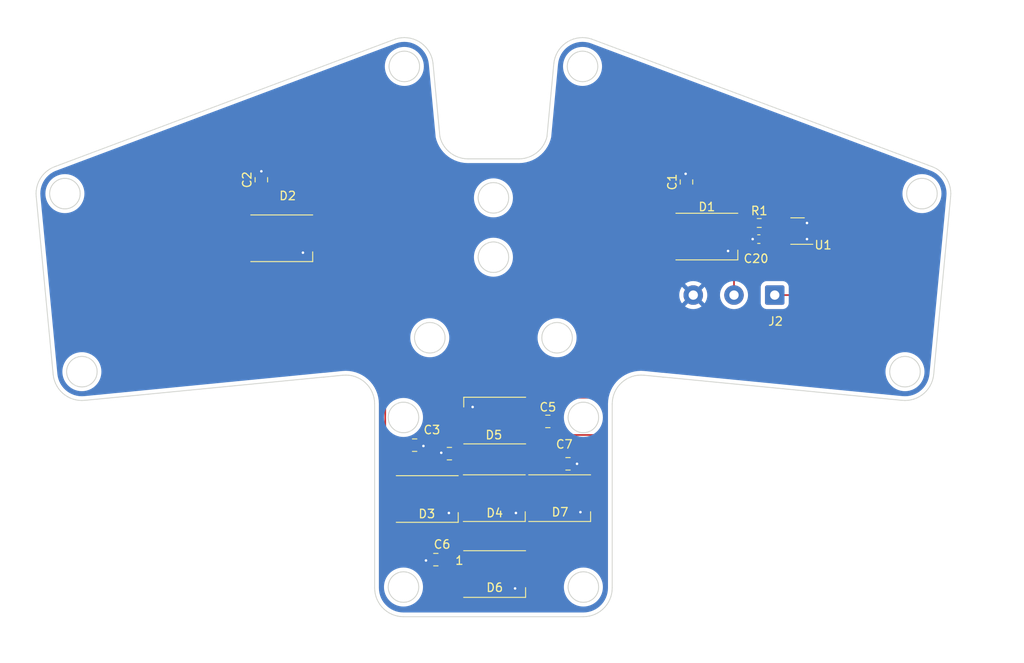
<source format=kicad_pcb>
(kicad_pcb (version 20221018) (generator pcbnew)
  (layers (0 "F.Cu" signal) (31 "B.Cu" signal) (34 "B.Paste" user) (35 "F.Paste" user) (36 "B.SilkS" user "B.Silkscreen") (37 "F.SilkS" user "F.Silkscreen") (38 "B.Mask" user) (39 "F.Mask" user) (44 "Edge.Cuts" user))
  (net 0 "")
  (net 1 "+5V")
  (net 2 "GND")
  (net 3 "Net-(R1-Pad2)")
  (net 4 "Net-(J2-Pin_2)")
  (net 5 "Net-(D2-DOUT)")
  (net 6 "Net-(D1-DOUT)")
  (net 7 "Net-(D1-DIN)")
  (net 8 "Net-(D3-DOUT)")
  (net 9 "Net-(D4-DOUT)")
  (net 10 "Net-(D5-DOUT)")
  (net 11 "Net-(D6-DOUT)")
  (footprint "Capacitor_SMD:C_0805_2012Metric_Pad1.18x1.45mm_HandSolder" (layer "F.Cu") (at 133.2625 133.1 180)
    (fp_text reference "C6" (at -0.7375 1.8) (layer "F.SilkS"))
    (fp_text value "100n")
    (pad "1" smd roundrect (at -1.0375 0 180) (size 1.175 1.45) (layers "F.Cu" "F.Paste" "F.Mask") (roundrect_rratio 0.212766) (net 1 "+5V"))
    (pad "2" smd roundrect (at 1.0375 0 180) (size 1.175 1.45) (layers "F.Cu" "F.Paste" "F.Mask") (roundrect_rratio 0.212766) (net 2 "GND"))
  )
  (footprint "LED_SMD:LED_WS2812B_PLCC4_5.0x5.0mm_P3.2mm" (layer "F.Cu") (at 147.85 125.85)
    (fp_text reference "D7" (at 0.05 1.65) (layer "F.SilkS"))
    (fp_text value "WS2812B")
    (pad "1" smd rect (at -2.45 -1.65) (size 1.5 0.9) (layers "F.Cu" "F.Paste" "F.Mask") (net 1 "+5V"))
    (pad "2" smd rect (at -2.45 1.65) (size 1.5 0.9) (layers "F.Cu" "F.Paste" "F.Mask"))
    (pad "3" smd rect (at 2.45 1.65) (size 1.5 0.9) (layers "F.Cu" "F.Paste" "F.Mask") (net 2 "GND"))
    (pad "4" smd rect (at 2.45 -1.65) (size 1.5 0.9) (layers "F.Cu" "F.Paste" "F.Mask") (net 11 "Net-(D6-DOUT)"))
  )
  (footprint "Capacitor_SMD:C_0805_2012Metric_Pad1.18x1.45mm_HandSolder" (layer "F.Cu") (at 112.7 88.3 90)
    (fp_text reference "C2" (at 0 -1.68 90) (layer "F.SilkS"))
    (fp_text value "100n")
    (pad "1" smd roundrect (at -1.0375 0 90) (size 1.175 1.45) (layers "F.Cu" "F.Paste" "F.Mask") (roundrect_rratio 0.212766) (net 1 "+5V"))
    (pad "2" smd roundrect (at 1.0375 0 90) (size 1.175 1.45) (layers "F.Cu" "F.Paste" "F.Mask") (roundrect_rratio 0.212766) (net 2 "GND"))
  )
  (footprint "LED_SMD:LED_WS2812B_PLCC4_5.0x5.0mm_P3.2mm" (layer "F.Cu") (at 140.2 116.7 180)
    (fp_text reference "D5" (at 0.1 -1.7) (layer "F.SilkS"))
    (fp_text value "WS2812B")
    (pad "1" smd rect (at -2.45 -1.65 180) (size 1.5 0.9) (layers "F.Cu" "F.Paste" "F.Mask") (net 1 "+5V"))
    (pad "2" smd rect (at -2.45 1.65 180) (size 1.5 0.9) (layers "F.Cu" "F.Paste" "F.Mask") (net 10 "Net-(D5-DOUT)"))
    (pad "3" smd rect (at 2.45 1.65 180) (size 1.5 0.9) (layers "F.Cu" "F.Paste" "F.Mask") (net 2 "GND"))
    (pad "4" smd rect (at 2.45 -1.65 180) (size 1.5 0.9) (layers "F.Cu" "F.Paste" "F.Mask") (net 9 "Net-(D4-DOUT)"))
  )
  (footprint "LED_SMD:LED_WS2812B_PLCC4_5.0x5.0mm_P3.2mm" (layer "F.Cu") (at 140.15 125.85)
    (fp_text reference "D4" (at 0.05 1.75 180) (layer "F.SilkS"))
    (fp_text value "WS2812B")
    (pad "1" smd rect (at -2.45 -1.65) (size 1.5 0.9) (layers "F.Cu" "F.Paste" "F.Mask") (net 1 "+5V"))
    (pad "2" smd rect (at -2.45 1.65) (size 1.5 0.9) (layers "F.Cu" "F.Paste" "F.Mask") (net 9 "Net-(D4-DOUT)"))
    (pad "3" smd rect (at 2.45 1.65) (size 1.5 0.9) (layers "F.Cu" "F.Paste" "F.Mask") (net 2 "GND"))
    (pad "4" smd rect (at 2.45 -1.65) (size 1.5 0.9) (layers "F.Cu" "F.Paste" "F.Mask") (net 8 "Net-(D3-DOUT)"))
  )
  (footprint "LED_SMD:LED_WS2812B_PLCC4_5.0x5.0mm_P3.2mm" (layer "F.Cu") (at 132.25 125.95)
    (fp_text reference "D3" (at -0.05 1.75) (layer "F.SilkS"))
    (fp_text value "WS2812B")
    (pad "1" smd rect (at -2.45 -1.65) (size 1.5 0.9) (layers "F.Cu" "F.Paste" "F.Mask") (net 1 "+5V"))
    (pad "2" smd rect (at -2.45 1.65) (size 1.5 0.9) (layers "F.Cu" "F.Paste" "F.Mask") (net 8 "Net-(D3-DOUT)"))
    (pad "3" smd rect (at 2.45 1.65) (size 1.5 0.9) (layers "F.Cu" "F.Paste" "F.Mask") (net 2 "GND"))
    (pad "4" smd rect (at 2.45 -1.65) (size 1.5 0.9) (layers "F.Cu" "F.Paste" "F.Mask") (net 5 "Net-(D2-DOUT)"))
  )
  (footprint "LED_SMD:LED_WS2812B_PLCC4_5.0x5.0mm_P3.2mm" (layer "F.Cu") (at 165.2 95)
    (fp_text reference "D1" (at 0 -3.5) (layer "F.SilkS"))
    (fp_text value "WS2812B")
    (pad "1" smd rect (at -2.45 -1.65) (size 1.5 0.9) (layers "F.Cu" "F.Paste" "F.Mask") (net 1 "+5V"))
    (pad "2" smd rect (at -2.45 1.65) (size 1.5 0.9) (layers "F.Cu" "F.Paste" "F.Mask") (net 6 "Net-(D1-DOUT)"))
    (pad "3" smd rect (at 2.45 1.65) (size 1.5 0.9) (layers "F.Cu" "F.Paste" "F.Mask") (net 2 "GND"))
    (pad "4" smd rect (at 2.45 -1.65) (size 1.5 0.9) (layers "F.Cu" "F.Paste" "F.Mask") (net 7 "Net-(D1-DIN)"))
  )
  (footprint "Capacitor_SMD:C_0805_2012Metric_Pad1.18x1.45mm_HandSolder" (layer "F.Cu") (at 146.4625 116.8)
    (fp_text reference "C5" (at 0 -1.68) (layer "F.SilkS"))
    (fp_text value "100n")
    (pad "1" smd roundrect (at -1.0375 0) (size 1.175 1.45) (layers "F.Cu" "F.Paste" "F.Mask") (roundrect_rratio 0.212766) (net 1 "+5V"))
    (pad "2" smd roundrect (at 1.0375 0) (size 1.175 1.45) (layers "F.Cu" "F.Paste" "F.Mask") (roundrect_rratio 0.212766) (net 2 "GND"))
  )
  (footprint "Resistor_SMD:R_0603_1608Metric" (layer "F.Cu") (at 171.375 93.4)
    (fp_text reference "R1" (at 0 -1.43) (layer "F.SilkS"))
    (fp_text value "470R")
    (pad "1" smd roundrect (at -0.825 0) (size 0.8 0.95) (layers "F.Cu" "F.Paste" "F.Mask") (net 7 "Net-(D1-DIN)"))
    (pad "2" smd roundrect (at 0.825 0) (size 0.8 0.95) (layers "F.Cu" "F.Paste" "F.Mask") (net 3 "Net-(R1-Pad2)"))
  )
  (footprint "Capacitor_SMD:C_0805_2012Metric_Pad1.18x1.45mm_HandSolder" (layer "F.Cu") (at 148.8375 121.8)
    (fp_text reference "C7" (at -0.4375 -2.3) (layer "F.SilkS"))
    (fp_text value "100n")
    (pad "1" smd roundrect (at -1.0375 0) (size 1.175 1.45) (layers "F.Cu" "F.Paste" "F.Mask") (roundrect_rratio 0.212766) (net 1 "+5V"))
    (pad "2" smd roundrect (at 1.0375 0) (size 1.175 1.45) (layers "F.Cu" "F.Paste" "F.Mask") (roundrect_rratio 0.212766) (net 2 "GND"))
  )
  (footprint "Connector_Wire:SolderWire-0.5sqmm_1x03_P4.8mm_D0.9mm_OD2.3mm" (layer "F.Cu") (at 173.2 101.9 180)
    (fp_text reference "J2" (at -0.1 -3.1) (layer "F.SilkS"))
    (fp_text value "Conn_01x03")
    (pad "1" thru_hole roundrect (at 0 0 180) (size 2.3 2.3) (drill 1.1) (layers "*.Cu" "*.Mask") (roundrect_rratio 0.108696) (net 1 "+5V"))
    (pad "2" thru_hole circle (at 4.8 0 180) (size 2.3 2.3) (drill 1.1) (layers "*.Cu" "*.Mask") (net 4 "Net-(J2-Pin_2)"))
    (pad "3" thru_hole circle (at 9.6 0 180) (size 2.3 2.3) (drill 1.1) (layers "*.Cu" "*.Mask") (net 2 "GND"))
  )
  (footprint "Capacitor_SMD:C_0805_2012Metric_Pad1.18x1.45mm_HandSolder" (layer "F.Cu") (at 130.7625 119.6)
    (fp_text reference "C3" (at 2.0375 -1.8) (layer "F.SilkS"))
    (fp_text value "100n")
    (pad "1" smd roundrect (at -1.0375 0) (size 1.175 1.45) (layers "F.Cu" "F.Paste" "F.Mask") (roundrect_rratio 0.212766) (net 1 "+5V"))
    (pad "2" smd roundrect (at 1.0375 0) (size 1.175 1.45) (layers "F.Cu" "F.Paste" "F.Mask") (roundrect_rratio 0.212766) (net 2 "GND"))
  )
  (footprint "Capacitor_SMD:C_0805_2012Metric_Pad1.18x1.45mm_HandSolder" (layer "F.Cu") (at 162.8 88.5625 90)
    (fp_text reference "C1" (at 0 -1.68 90) (layer "F.SilkS"))
    (fp_text value "100n")
    (pad "1" smd roundrect (at -1.0375 0 90) (size 1.175 1.45) (layers "F.Cu" "F.Paste" "F.Mask") (roundrect_rratio 0.212766) (net 1 "+5V"))
    (pad "2" smd roundrect (at 1.0375 0 90) (size 1.175 1.45) (layers "F.Cu" "F.Paste" "F.Mask") (roundrect_rratio 0.212766) (net 2 "GND"))
  )
  (footprint "LED_SMD:LED_WS2812B_PLCC4_5.0x5.0mm_P3.2mm" (layer "F.Cu") (at 115.1 95.2)
    (fp_text reference "D2" (at 0.7 -5) (layer "F.SilkS"))
    (fp_text value "WS2812B")
    (pad "1" smd rect (at -2.45 -1.65) (size 1.5 0.9) (layers "F.Cu" "F.Paste" "F.Mask") (net 1 "+5V"))
    (pad "2" smd rect (at -2.45 1.65) (size 1.5 0.9) (layers "F.Cu" "F.Paste" "F.Mask") (net 5 "Net-(D2-DOUT)"))
    (pad "3" smd rect (at 2.45 1.65) (size 1.5 0.9) (layers "F.Cu" "F.Paste" "F.Mask") (net 2 "GND"))
    (pad "4" smd rect (at 2.45 -1.65) (size 1.5 0.9) (layers "F.Cu" "F.Paste" "F.Mask") (net 6 "Net-(D1-DOUT)"))
  )
  (footprint "Capacitor_SMD:C_0805_2012Metric_Pad1.18x1.45mm_HandSolder" (layer "F.Cu") (at 134.8625 120.6 180)
    (fp_text reference "C4" hide)
    (fp_text value "100n")
    (pad "1" smd roundrect (at -1.0375 0 180) (size 1.175 1.45) (layers "F.Cu" "F.Paste" "F.Mask") (roundrect_rratio 0.212766) (net 1 "+5V"))
    (pad "2" smd roundrect (at 1.0375 0 180) (size 1.175 1.45) (layers "F.Cu" "F.Paste" "F.Mask") (roundrect_rratio 0.212766) (net 2 "GND"))
  )
  (footprint "LED_SMD:LED_WS2812B_PLCC4_5.0x5.0mm_P3.2mm" (layer "F.Cu") (at 140.19 134.8)
    (fp_text reference "D6" (at 0.01 1.6) (layer "F.SilkS"))
    (fp_text value "WS2812B")
    (fp_text user "1" (at -4.15 -1.6) (layer "F.SilkS"))
    (pad "1" smd rect (at -2.45 -1.65) (size 1.5 0.9) (layers "F.Cu" "F.Paste" "F.Mask") (net 1 "+5V"))
    (pad "2" smd rect (at -2.45 1.65) (size 1.5 0.9) (layers "F.Cu" "F.Paste" "F.Mask") (net 11 "Net-(D6-DOUT)"))
    (pad "3" smd rect (at 2.45 1.65) (size 1.5 0.9) (layers "F.Cu" "F.Paste" "F.Mask") (net 2 "GND"))
    (pad "4" smd rect (at 2.45 -1.65) (size 1.5 0.9) (layers "F.Cu" "F.Paste" "F.Mask") (net 10 "Net-(D5-DOUT)"))
  )
  (footprint "Capacitor_SMD:C_0603_1608Metric" (layer "F.Cu") (at 171.325 95.3 180)
    (fp_text reference "C20" (at 0.325 -2.3) (layer "F.SilkS"))
    (fp_text value "100n")
    (pad "1" smd roundrect (at -0.775 0 180) (size 0.9 0.95) (layers "F.Cu" "F.Paste" "F.Mask") (net 1 "+5V"))
    (pad "2" smd roundrect (at 0.775 0 180) (size 0.9 0.95) (layers "F.Cu" "F.Paste" "F.Mask") (net 2 "GND"))
  )
  (footprint "Package_TO_SOT_SMD:SOT-23-5" (layer "F.Cu") (at 175.8875 94.35 180)
    (fp_text reference "U1" (at -3.0125 -1.65) (layer "F.SilkS"))
    (fp_text value "74LVC1G17")
    (pad "1" smd roundrect (at -1.1375 -0.95 180) (size 1.325 0.6) (layers "F.Cu" "F.Paste" "F.Mask") (net 2 "GND"))
    (pad "2" smd roundrect (at -1.1375 0 180) (size 1.325 0.6) (layers "F.Cu" "F.Paste" "F.Mask") (net 4 "Net-(J2-Pin_2)"))
    (pad "3" smd roundrect (at -1.1375 0.95 180) (size 1.325 0.6) (layers "F.Cu" "F.Paste" "F.Mask") (net 2 "GND"))
    (pad "4" smd roundrect (at 1.1375 0.95 180) (size 1.325 0.6) (layers "F.Cu" "F.Paste" "F.Mask") (net 3 "Net-(R1-Pad2)"))
    (pad "5" smd roundrect (at 1.1375 -0.95 180) (size 1.325 0.6) (layers "F.Cu" "F.Paste" "F.Mask") (net 1 "+5V"))
  )
  (gr_line (start 121.1 93.5) (end 121.1 94.4) (stroke (width 0.2)) (layer "F.Cu"))
  (gr_line (start 144.2 129.9) (end 144.2 126) (stroke (width 0.2)) (layer "F.Cu"))
  (gr_line (start 177.3 94.4) (end 177 94.4) (stroke (width 0.2)) (layer "F.Cu"))
  (gr_line (start 153.2 114) (end 153.2 131) (stroke (width 0.2)) (layer "F.Cu"))
  (gr_line (start 152.3 120.5) (end 137.7 120.5) (stroke (width 0.2)) (layer "F.Cu"))
  (gr_line (start 168.4 101.9) (end 168.4 99.4) (stroke (width 0.2)) (layer "F.Cu"))
  (gr_line (start 137.7 120.5) (end 136 120.5) (stroke (width 0.2)) (layer "F.Cu"))
  (gr_line (start 145.4 127.5) (end 145.4 129.8) (stroke (width 0.2)) (layer "F.Cu"))
  (gr_line (start 122.5 93.3) (end 122.5 91.5) (stroke (width 0.2)) (layer "F.Cu"))
  (gr_line (start 152.7 129.8) (end 152.7 130.2) (stroke (width 0.2)) (layer "F.Cu"))
  (gr_line (start 144.8 114) (end 144.8 115) (stroke (width 0.2)) (layer "F.Cu"))
  (gr_line (start 153.2 131) (end 142.7 131) (stroke (width 0.2)) (layer "F.Cu"))
  (gr_line (start 137.7 129.9) (end 144.2 129.9) (stroke (width 0.2)) (layer "F.Cu"))
  (gr_line (start 152.7 130.2) (end 137.8 130.2) (stroke (width 0.2)) (layer "F.Cu"))
  (gr_line (start 152.3 129.8) (end 152.3 120.5) (stroke (width 0.2)) (layer "F.Cu"))
  (gr_line (start 112.9 109.9) (end 127.3 109.9) (stroke (width 0.2)) (layer "F.Cu"))
  (gr_line (start 127.3 124.2) (end 127.3 125.8) (stroke (width 0.2)) (layer "F.Cu"))
  (gr_line (start 129.7 124.3) (end 129.7 121.9) (stroke (width 0.2)) (layer "F.Cu"))
  (gr_line (start 112.7 91.6) (end 112.7 89.2) (stroke (width 0.2)) (layer "F.Cu"))
  (gr_line (start 176 89.5) (end 176 93.9) (stroke (width 0.2)) (layer "F.Cu"))
  (gr_line (start 182.6 89.5) (end 176 89.5) (stroke (width 0.2)) (layer "F.Cu"))
  (gr_line (start 136.2 129.8) (end 136.2 126.1) (stroke (width 0.2)) (layer "F.Cu"))
  (gr_line (start 145.5 121.9) (end 145.5 124.3) (stroke (width 0.2)) (layer "F.Cu"))
  (gr_line (start 177.5 94.4) (end 181.3 94.4) (stroke (width 0.2)) (layer "F.Cu"))
  (gr_line (start 137.7 127.6) (end 137.7 129.9) (stroke (width 0.2)) (layer "F.Cu"))
  (gr_line (start 144.2 126) (end 150.3 126) (stroke (width 0.2)) (layer "F.Cu"))
  (gr_line (start 127.3 125.8) (end 134.8 125.8) (stroke (width 0.2)) (layer "F.Cu"))
  (gr_line (start 173.2 101.9) (end 182.7 101.9) (stroke (width 0.2)) (layer "F.Cu"))
  (gr_line (start 122.5 91.5) (end 112.7 91.5) (stroke (width 0.2)) (layer "F.Cu"))
  (gr_line (start 137.8 130.2) (end 137.8 131.9) (stroke (width 0.2)) (layer "F.Cu"))
  (gr_line (start 142.7 116.9) (end 145.4 116.9) (stroke (width 0.2)) (layer "F.Cu"))
  (gr_line (start 121.1 93.5) (end 117.5 93.5) (stroke (width 0.2)) (layer "F.Cu"))
  (gr_line (start 136.2 126.1) (end 142.7 126.1) (stroke (width 0.2)) (layer "F.Cu"))
  (gr_line (start 134.4 133.1) (end 137.8 133.1) (stroke (width 0.2)) (layer "F.Cu"))
  (gr_line (start 142.7 116.9) (end 136 116.9) (stroke (width 0.2)) (layer "F.Cu"))
  (gr_line (start 129.7 121.9) (end 145.5 121.9) (stroke (width 0.2)) (layer "F.Cu"))
  (gr_line (start 129.7 121.9) (end 129.7 119.6) (stroke (width 0.2)) (layer "F.Cu"))
  (gr_line (start 162.7 96.7) (end 159.1 96.7) (stroke (width 0.2)) (layer "F.Cu"))
  (gr_line (start 150.3 126) (end 150.3 124.1) (stroke (width 0.2)) (layer "F.Cu"))
  (gr_line (start 172.1 95.3) (end 174.7 95.3) (stroke (width 0.2)) (layer "F.Cu"))
  (gr_line (start 174.8 93.4) (end 172.2 93.4) (stroke (width 0.2)) (layer "F.Cu"))
  (gr_line (start 152.7 118.4) (end 152.7 129.8) (stroke (width 0.2)) (layer "F.Cu"))
  (gr_line (start 142.7 116.9) (end 142.7 118.4) (stroke (width 0.2)) (layer "F.Cu"))
  (gr_line (start 144.8 115) (end 142.7 115) (stroke (width 0.2)) (layer "F.Cu"))
  (gr_line (start 134.8 125.8) (end 134.8 124.2) (stroke (width 0.2)) (layer "F.Cu"))
  (gr_line (start 174.7 95.2) (end 176 93.9) (stroke (width 0.2)) (layer "F.Cu"))
  (gr_line (start 162.8 93.4) (end 122.6 93.4) (stroke (width 0.2)) (layer "F.Cu"))
  (gr_line (start 121.1 94.4) (end 159 94.4) (stroke (width 0.2)) (layer "F.Cu"))
  (gr_line (start 137.7 124.2) (end 137.7 121.9) (stroke (width 0.2)) (layer "F.Cu"))
  (gr_line (start 167.8 93.3) (end 170.6 93.3) (stroke (width 0.2)) (layer "F.Cu"))
  (gr_line (start 142.7 118.4) (end 152.7 118.4) (stroke (width 0.2)) (layer "F.Cu"))
  (gr_line (start 145.4 129.8) (end 152.3 129.8) (stroke (width 0.2)) (layer "F.Cu"))
  (gr_line (start 181.3 99.5) (end 181.3 94.4) (stroke (width 0.2)) (layer "F.Cu"))
  (gr_line (start 168.4 99.4) (end 181.3 99.4) (stroke (width 0.2)) (layer "F.Cu"))
  (gr_line (start 182.6 101.9) (end 182.6 89.5) (stroke (width 0.2)) (layer "F.Cu"))
  (gr_line (start 112.9 109.9) (end 112.9 97) (stroke (width 0.2)) (layer "F.Cu"))
  (gr_line (start 136 116.9) (end 136 120.5) (stroke (width 0.2)) (layer "F.Cu"))
  (gr_line (start 142.7 131) (end 142.7 133) (stroke (width 0.2)) (layer "F.Cu"))
  (gr_line (start 162.8 93.4) (end 162.8 89.6) (stroke (width 0.2)) (layer "F.Cu"))
  (gr_line (start 129.7 129.8) (end 136.2 129.8) (stroke (width 0.2)) (layer "F.Cu"))
  (gr_line (start 162.8 90.9) (end 162.8 89.5) (stroke (width 0.2)) (layer "F.Cu"))
  (gr_line (start 137.7 120.5) (end 137.7 118.2) (stroke (width 0.2)) (layer "F.Cu"))
  (gr_line (start 137.8 133) (end 137.8 130.8) (stroke (width 0.2)) (layer "F.Cu"))
  (gr_line (start 127.3 109.9) (end 127.3 124.2) (stroke (width 0.2)) (layer "F.Cu"))
  (gr_line (start 129.7 127.6) (end 129.7 129.8) (stroke (width 0.2)) (layer "F.Cu"))
  (gr_line (start 159.1 95.2) (end 159.1 94.4) (stroke (width 0.2)) (layer "F.Cu"))
  (gr_line (start 159.1 96.7) (end 159.1 95.2) (stroke (width 0.2)) (layer "F.Cu"))
  (gr_line (start 145.5 121.9) (end 147.8 121.9) (stroke (width 0.2)) (layer "F.Cu"))
  (gr_line (start 142.7 126.1) (end 142.7 124.1) (stroke (width 0.2)) (layer "F.Cu"))
  (gr_line (start 153.2 114) (end 144.8 114) (stroke (width 0.2)) (layer "F.Cu"))
  (gr_line (start 128.8932 134.6217) (end 129.0752 134.5729) (stroke (width 0.1)) (layer "Edge.Cuts"))
  (gr_line (start 148.84939 116.33361) (end 148.85926 116.14545) (stroke (width 0.1)) (layer "Edge.Cuts"))
  (gr_line (start 141.50562 89.3756) (end 141.60824 89.5336) (stroke (width 0.1)) (layer "Edge.Cuts"))
  (gr_line (start 189.6494 88.3748) (end 189.8173 88.2892) (stroke (width 0.1)) (layer "Edge.Cuts"))
  (gr_line (start 188.1751 112.69427) (end 187.9932 112.64551) (stroke (width 0.1)) (layer "Edge.Cuts"))
  (gr_line (start 127.7375 136.8898) (end 127.6887 136.7078) (stroke (width 0.1)) (layer "Edge.Cuts"))
  (gr_line (start 149.84249 71.6079) (end 149.49874 71.7) (stroke (width 0.1)) (layer "Edge.Cuts"))
  (gr_line (start 138.9914 88.9774) (end 139.149406 88.8748) (stroke (width 0.1)) (layer "Edge.Cuts"))
  (gr_line (start 146.28298 83.4843) (end 146.15545 83.8165) (stroke (width 0.1)) (layer "Edge.Cuts"))
  (gr_line (start 149.31005 107.3079) (end 149.2613 107.4898) (stroke (width 0.1)) (layer "Edge.Cuts"))
  (gr_line (start 141.60824 96.5336) (end 141.69378 96.7015) (stroke (width 0.1)) (layer "Edge.Cuts"))
  (gr_line (start 152.4101 135.9594) (end 152.4395 136.1454) (stroke (width 0.1)) (layer "Edge.Cuts"))
  (gr_line (start 193.9308 89.5782) (end 193.8751 89.2267) (stroke (width 0.1)) (layer "Edge.Cuts"))
  (gr_line (start 127.6887 115.95937) (end 127.7375 115.77738) (stroke (width 0.1)) (layer "Edge.Cuts"))
  (gr_line (start 132.0761 72.6586) (end 131.82445 72.4069) (stroke (width 0.1)) (layer "Edge.Cuts"))
  (gr_line (start 188.7593 89.7455) (end 188.7887 89.5594) (stroke (width 0.1)) (layer "Edge.Cuts"))
  (gr_line (start 138.84498 96.096) (end 138.9914 95.9774) (stroke (width 0.1)) (layer "Edge.Cuts"))
  (gr_line (start 157.8048 111.35224) (end 160.0494 111.5767) (stroke (width 0.1)) (layer "Edge.Cuts"))
  (gr_line (start 152.9244 138.9603) (end 153.1761 138.7086) (stroke (width 0.1)) (layer "Edge.Cuts"))
  (gr_line (start 145.04786 85.1843) (end 144.7494 85.3781) (stroke (width 0.1)) (layer "Edge.Cuts"))
  (gr_line (start 90.8173 109.2892) (end 90.9932 109.2217) (stroke (width 0.1)) (layer "Edge.Cuts"))
  (gr_line (start 152.4395 116.14545) (end 152.4494 116.33361) (stroke (width 0.1)) (layer "Edge.Cuts"))
  (gr_line (start 149.21174 73.7292) (end 149.34496 73.596) (stroke (width 0.1)) (layer "Edge.Cuts"))
  (gr_line (start 134.10825 106.0336) (end 134.19379 106.2015) (stroke (width 0.1)) (layer "Edge.Cuts"))
  (gr_line (start 141.1074 91.8898) (end 140.949394 91.9925) (stroke (width 0.1)) (layer "Edge.Cuts"))
  (gr_line (start 130.25631 71.6079) (end 129.9048 71.5522) (stroke (width 0.1)) (layer "Edge.Cuts"))
  (gr_line (start 148.90501 74.2015) (end 148.99055 74.0336) (stroke (width 0.1)) (layer "Edge.Cuts"))
  (gr_line (start 128.5494 117.89245) (end 128.3914 117.78983) (stroke (width 0.1)) (layer "Edge.Cuts"))
  (gr_line (start 149.44495 114.99595) (end 149.59138 114.87737) (stroke (width 0.1)) (layer "Edge.Cuts"))
  (gr_line (start 150.6494 138.1336) (end 150.4612 138.1237) (stroke (width 0.1)) (layer "Edge.Cuts"))
  (gr_line (start 141.81005 90.0594) (end 141.83953 90.2455) (stroke (width 0.1)) (layer "Edge.Cuts"))
  (gr_line (start 131.23954 136.5218) (end 131.21008 136.7078) (stroke (width 0.1)) (layer "Edge.Cuts"))
  (gr_line (start 192.3101 89.5594) (end 192.3395 89.7455) (stroke (width 0.1)) (layer "Edge.Cuts"))
  (gr_line (start 128.0932 73.8756) (end 128.2118 73.7292) (stroke (width 0.1)) (layer "Edge.Cuts"))
  (gr_line (start 154.9227 112.45856) (end 155.1744 112.20692) (stroke (width 0.1)) (layer "Edge.Cuts"))
  (gr_line (start 92.4494 112.49245) (end 92.2815 112.57799) (stroke (width 0.1)) (layer "Edge.Cuts"))
  (gr_line (start 91.9237 109.1729) (end 92.1056 109.2217) (stroke (width 0.1)) (layer "Edge.Cuts"))
  (gr_line (start 89.7376 91.7237) (end 89.5494 91.7336) (stroke (width 0.1)) (layer "Edge.Cuts"))
  (gr_line (start 132.17516 108.6943) (end 131.99317 108.6455) (stroke (width 0.1)) (layer "Edge.Cuts"))
  (gr_line (start 128.3914 117.78983) (end 128.245 117.67127) (stroke (width 0.1)) (layer "Edge.Cuts"))
  (gr_line (start 138.25927 90.6218) (end 138.24941 90.4336) (stroke (width 0.1)) (layer "Edge.Cuts"))
  (gr_line (start 130.50742 114.87737) (end 130.65385 114.99595) (stroke (width 0.1)) (layer "Edge.Cuts"))
  (gr_line (start 149.09316 73.8756) (end 149.21174 73.7292) (stroke (width 0.1)) (layer "Edge.Cuts"))
  (gr_line (start 149.33953 106.7455) (end 149.34939 106.9336) (stroke (width 0.1)) (layer "Edge.Cuts"))
  (gr_line (start 191.3001 112.93207) (end 191.4939 112.63361) (stroke (width 0.1)) (layer "Edge.Cuts"))
  (gr_line (start 91.3613 112.72375) (end 91.1752 112.69427) (stroke (width 0.1)) (layer "Edge.Cuts"))
  (gr_line (start 192.5479 87.1829) (end 192.2494 86.9891) (stroke (width 0.1)) (layer "Edge.Cuts"))
  (gr_line (start 131.21008 136.7078) (end 131.16131 136.8898) (stroke (width 0.1)) (layer "Edge.Cuts"))
  (gr_line (start 149.00501 135.6015) (end 149.09055 135.4336) (stroke (width 0.1)) (layer "Edge.Cuts"))
  (gr_line (start 129.6376 114.54346) (end 129.8236 114.57294) (stroke (width 0.1)) (layer "Edge.Cuts"))
  (gr_line (start 150.5494 76.7336) (end 150.3612 76.7237) (stroke (width 0.1)) (layer "Edge.Cuts"))
  (gr_line (start 190.1938 110.2015) (end 190.2613 110.3774) (stroke (width 0.1)) (layer "Edge.Cuts"))
  (gr_line (start 86.168 90.289) (end 88.168 111.28901) (stroke (width 0.1)) (layer "Edge.Cuts"))
  (gr_line (start 126.9227 138.7086) (end 127.1744 138.9603) (stroke (width 0.1)) (layer "Edge.Cuts"))
  (gr_line (start 92.7538 109.596) (end 92.8871 109.7292) (stroke (width 0.1)) (layer "Edge.Cuts"))
  (gr_line (start 193.0761 87.6586) (end 192.8244 87.4069) (stroke (width 0.1)) (layer "Edge.Cuts"))
  (gr_line (start 127.7375 116.88984) (end 127.6887 116.70785) (stroke (width 0.1)) (layer "Edge.Cuts"))
  (gr_line (start 138.3375 89.8774) (end 138.40502 89.7015) (stroke (width 0.1)) (layer "Edge.Cuts"))
  (gr_line (start 141.83953 97.6218) (end 141.81005 97.8079) (stroke (width 0.1)) (layer "Edge.Cuts"))
  (gr_line (start 129.1752 73.1729) (end 129.3613 73.1435) (stroke (width 0.1)) (layer "Edge.Cuts"))
  (gr_line (start 134.33955 107.1218) (end 134.31007 107.3079) (stroke (width 0.1)) (layer "Edge.Cuts"))
  (gr_line (start 130.18154 137.978) (end 130.0056 138.0455) (stroke (width 0.1)) (layer "Edge.Cuts"))
  (gr_line (start 89.7887 111.30785) (end 89.7593 111.12176) (stroke (width 0.1)) (layer "Edge.Cuts"))
  (gr_line (start 138.49056 98.3336) (end 138.40502 98.1657) (stroke (width 0.1)) (layer "Edge.Cuts"))
  (gr_line (start 148.75925 75.1218) (end 148.7494 74.9336) (stroke (width 0.1)) (layer "Edge.Cuts"))
  (gr_line (start 91.5494 114.33361) (end 91.9048 114.31498) (stroke (width 0.1)) (layer "Edge.Cuts"))
  (gr_line (start 146.81727 108.578) (end 146.64939 108.4925) (stroke (width 0.1)) (layer "Edge.Cuts"))
  (gr_line (start 86.3158 88.883) (end 86.2237 89.2267) (stroke (width 0.1)) (layer "Edge.Cuts"))
  (gr_line (start 151.7538 73.596) (end 151.887 73.7292) (stroke (width 0.1)) (layer "Edge.Cuts"))
  (gr_line (start 86.1494 89.9336) (end 86.168 90.289) (stroke (width 0.1)) (layer "Edge.Cuts"))
  (gr_line (start 139.149406 91.9925) (end 138.9914 91.8898) (stroke (width 0.1)) (layer "Edge.Cuts"))
  (gr_line (start 190.2613 111.48984) (end 190.1938 111.66573) (stroke (width 0.1)) (layer "Edge.Cuts"))
  (gr_line (start 152.4494 136.3336) (end 152.4395 136.5218) (stroke (width 0.1)) (layer "Edge.Cuts"))
  (gr_line (start 90.2118 112.13804) (end 90.0932 111.99161) (stroke (width 0.1)) (layer "Edge.Cuts"))
  (gr_line (start 127.7494 74.9336) (end 127.7593 74.7455) (stroke (width 0.1)) (layer "Edge.Cuts"))
  (gr_line (start 149.00501 115.60148) (end 149.09055 115.4336) (stroke (width 0.1)) (layer "Edge.Cuts"))
  (gr_line (start 187.0932 109.8756) (end 187.2117 109.7292) (stroke (width 0.1)) (layer "Edge.Cuts"))
  (gr_line (start 189.1056 109.2217) (end 189.2815 109.2892) (stroke (width 0.1)) (layer "Edge.Cuts"))
  (gr_line (start 127.1744 138.9603) (end 127.451 139.1843) (stroke (width 0.1)) (layer "Edge.Cuts"))
  (gr_line (start 150.6494 114.53361) (end 150.8375 114.54346) (stroke (width 0.1)) (layer "Edge.Cuts"))
  (gr_line (start 146.34496 108.2713) (end 146.21174 108.138) (stroke (width 0.1)) (layer "Edge.Cuts"))
  (gr_line (start 191.9308 111.28901) (end 193.9308 90.289) (stroke (width 0.1)) (layer "Edge.Cuts"))
  (gr_line (start 129.9237 76.6943) (end 129.7376 76.7237) (stroke (width 0.1)) (layer "Edge.Cuts"))
  (gr_line (start 89.9906 111.83361) (end 89.905 111.66573) (stroke (width 0.1)) (layer "Edge.Cuts"))
  (gr_line (start 127.6494 136.3336) (end 127.6593 136.1454) (stroke (width 0.1)) (layer "Edge.Cuts"))
  (gr_line (start 146.99316 108.6455) (end 146.81727 108.578) (stroke (width 0.1)) (layer "Edge.Cuts"))
  (gr_line (start 149.34939 106.9336) (end 149.33953 107.1218) (stroke (width 0.1)) (layer "Edge.Cuts"))
  (gr_line (start 139.675163 92.1943) (end 139.493171 92.1455) (stroke (width 0.1)) (layer "Edge.Cuts"))
  (gr_line (start 132.783 73.883) (end 132.65546 73.5507) (stroke (width 0.1)) (layer "Edge.Cuts"))
  (gr_line (start 88.4914 88.4774) (end 88.6494 88.3748) (stroke (width 0.1)) (layer "Edge.Cuts"))
  (gr_line (start 131.99317 105.2217) (end 132.17516 105.1729) (stroke (width 0.1)) (layer "Edge.Cuts"))
  (gr_line (start 151.7 139.6672) (end 152.0323 139.5396) (stroke (width 0.1)) (layer "Edge.Cuts"))
  (gr_line (start 190.5494 88.1336) (end 190.7375 88.1435) (stroke (width 0.1)) (layer "Edge.Cuts"))
  (gr_line (start 87.8494 86.9891) (end 87.5509 87.1829) (stroke (width 0.1)) (layer "Edge.Cuts"))
  (gr_line (start 88.7987 112.93207) (end 89.0227 113.20865) (stroke (width 0.1)) (layer "Edge.Cuts"))
  (gr_line (start 129.7376 73.1435) (end 129.9237 73.1729) (stroke (width 0.1)) (layer "Edge.Cuts"))
  (gr_line (start 188.9905 90.8336) (end 188.905 90.6657) (stroke (width 0.1)) (layer "Edge.Cuts"))
  (gr_line (start 138.28875 90.8079) (end 138.25927 90.6218) (stroke (width 0.1)) (layer "Edge.Cuts"))
  (gr_line (start 134.26131 107.4898) (end 134.19379 107.6657) (stroke (width 0.1)) (layer "Edge.Cuts"))
  (gr_line (start 189.4494 112.49245) (end 189.2815 112.57799) (stroke (width 0.1)) (layer "Edge.Cuts"))
  (gr_line (start 138.84498 89.096) (end 138.9914 88.9774) (stroke (width 0.1)) (layer "Edge.Cuts"))
  (gr_line (start 151.2563 71.6079) (end 150.9048 71.5522) (stroke (width 0.1)) (layer "Edge.Cuts"))
  (gr_line (start 131.16131 135.7774) (end 131.21008 135.9594) (stroke (width 0.1)) (layer "Edge.Cuts"))
  (gr_line (start 91.3613 109.1435) (end 91.5494 109.1336) (stroke (width 0.1)) (layer "Edge.Cuts"))
  (gr_line (start 149.2613 107.4898) (end 149.19378 107.6657) (stroke (width 0.1)) (layer "Edge.Cuts"))
  (gr_line (start 91.3494 89.9336) (end 91.3395 90.1218) (stroke (width 0.1)) (layer "Edge.Cuts"))
  (gr_line (start 90.345 109.596) (end 90.4914 109.4774) (stroke (width 0.1)) (layer "Edge.Cuts"))
  (gr_line (start 193.8751 89.2267) (end 193.783 88.883) (stroke (width 0.1)) (layer "Edge.Cuts"))
  (gr_line (start 151.7074 117.78983) (end 151.5494 117.89245) (stroke (width 0.1)) (layer "Edge.Cuts"))
  (gr_line (start 186.9905 110.0336) (end 187.0932 109.8756) (stroke (width 0.1)) (layer "Edge.Cuts"))
  (gr_line (start 189.4914 91.3898) (end 189.345 91.2713) (stroke (width 0.1)) (layer "Edge.Cuts"))
  (gr_line (start 125.5939 113.03361) (end 125.7555 113.3507) (stroke (width 0.1)) (layer "Edge.Cuts"))
  (gr_line (start 127.6593 116.52177) (end 127.6494 116.33361) (stroke (width 0.1)) (layer "Edge.Cuts"))
  (gr_line (start 122.6494 111.33361) (end 123.0048 111.35224) (stroke (width 0.1)) (layer "Edge.Cuts"))
  (gr_line (start 152.3101 74.5594) (end 152.3395 74.7455) (stroke (width 0.1)) (layer "Edge.Cuts"))
  (gr_line (start 140.949394 98.9925) (end 140.781517 99.078) (stroke (width 0.1)) (layer "Edge.Cuts"))
  (gr_line (start 149.49139 73.4774) (end 149.64939 73.3748) (stroke (width 0.1)) (layer "Edge.Cuts"))
  (gr_line (start 150.4612 138.1237) (end 150.2752 138.0943) (stroke (width 0.1)) (layer "Edge.Cuts"))
  (gr_line (start 130.0056 138.0455) (end 129.8236 138.0943) (stroke (width 0.1)) (layer "Edge.Cuts"))
  (gr_line (start 133.44941 108.4925) (end 133.28153 108.578) (stroke (width 0.1)) (layer "Edge.Cuts"))
  (gr_line (start 151.0236 114.57294) (end 151.2056 114.62171) (stroke (width 0.1)) (layer "Edge.Cuts"))
  (gr_line (start 128.5494 134.7747) (end 128.7173 134.6892) (stroke (width 0.1)) (layer "Edge.Cuts"))
  (gr_line (start 189.6 114.1672) (end 189.9323 114.03966) (stroke (width 0.1)) (layer "Edge.Cuts"))
  (gr_line (start 149.91726 114.68923) (end 150.0932 114.62171) (stroke (width 0.1)) (layer "Edge.Cuts"))
  (gr_line (start 140.423637 99.1943) (end 140.237541 99.2237) (stroke (width 0.1)) (layer "Edge.Cuts"))
  (gr_line (start 125.883 113.68294) (end 125.9751 114.02671) (stroke (width 0.1)) (layer "Edge.Cuts"))
  (gr_line (start 147.79873 72.9351) (end 147.60491 73.2336) (stroke (width 0.1)) (layer "Edge.Cuts"))
  (gr_line (start 152.2938 117.06574) (end 152.2082 117.2336) (stroke (width 0.1)) (layer "Edge.Cuts"))
  (gr_line (start 141.7613 89.8774) (end 141.81005 90.0594) (stroke (width 0.1)) (layer "Edge.Cuts"))
  (gr_line (start 131.26131 74.3774) (end 131.31007 74.5594) (stroke (width 0.1)) (layer "Edge.Cuts"))
  (gr_line (start 149.49139 76.3898) (end 149.34496 76.2713) (stroke (width 0.1)) (layer "Edge.Cuts"))
  (gr_line (start 90.7538 91.2713) (end 90.6074 91.3898) (stroke (width 0.1)) (layer "Edge.Cuts"))
  (gr_line (start 191.887 91.138) (end 191.7538 91.2713) (stroke (width 0.1)) (layer "Edge.Cuts"))
  (gr_line (start 188.7494 89.9336) (end 188.7593 89.7455) (stroke (width 0.1)) (layer "Edge.Cuts"))
  (gr_line (start 87.9906 90.8336) (end 87.905 90.6657) (stroke (width 0.1)) (layer "Edge.Cuts"))
  (gr_line (start 131.10825 75.8336) (end 131.00564 75.9916) (stroke (width 0.1)) (layer "Edge.Cuts"))
  (gr_line (start 141.81005 97.8079) (end 141.7613 97.9898) (stroke (width 0.1)) (layer "Edge.Cuts"))
  (gr_line (start 147.73754 108.7237) (end 147.5494 108.7336) (stroke (width 0.1)) (layer "Edge.Cuts"))
  (gr_line (start 125.9751 114.02671) (end 126.0308 114.37821) (stroke (width 0.1)) (layer "Edge.Cuts"))
  (gr_line (start 90.7538 88.596) (end 90.8871 88.7292) (stroke (width 0.1)) (layer "Edge.Cuts"))
  (gr_line (start 130.10564 73.2217) (end 130.28153 73.2892) (stroke (width 0.1)) (layer "Edge.Cuts"))
  (gr_line (start 134.19379 106.2015) (end 134.26131 106.3774) (stroke (width 0.1)) (layer "Edge.Cuts"))
  (gr_line (start 87.2744 87.4069) (end 87.0227 87.6586) (stroke (width 0.1)) (layer "Edge.Cuts"))
  (gr_line (start 126.0494 114.7336) (end 126.0494 136.4336) (stroke (width 0.1)) (layer "Edge.Cuts"))
  (gr_line (start 140.605629 95.7217) (end 140.781517 95.7892) (stroke (width 0.1)) (layer "Edge.Cuts"))
  (gr_line (start 141.83953 90.2455) (end 141.84939 90.4336) (stroke (width 0.1)) (layer "Edge.Cuts"))
  (gr_line (start 130.18154 117.97799) (end 130.0056 118.04551) (stroke (width 0.1)) (layer "Edge.Cuts"))
  (gr_line (start 132.49389 73.2336) (end 132.30007 72.9351) (stroke (width 0.1)) (layer "Edge.Cuts"))
  (gr_line (start 189.1056 112.64551) (end 188.9236 112.69427) (stroke (width 0.1)) (layer "Edge.Cuts"))
  (gr_line (start 127.9932 137.3916) (end 127.8906 137.2336) (stroke (width 0.1)) (layer "Edge.Cuts"))
  (gr_line (start 131.54787 72.1829) (end 131.24941 71.9891) (stroke (width 0.1)) (layer "Edge.Cuts"))
  (gr_line (start 130.50742 137.7898) (end 130.3494 137.8924) (stroke (width 0.1)) (layer "Edge.Cuts"))
  (gr_line (start 139.861259 99.2237) (end 139.675163 99.1943) (stroke (width 0.1)) (layer "Edge.Cuts"))
  (gr_line (start 149.59138 117.78983) (end 149.44495 117.67127) (stroke (width 0.1)) (layer "Edge.Cuts"))
  (gr_line (start 141.84939 97.4336) (end 141.83953 97.6218) (stroke (width 0.1)) (layer "Edge.Cuts"))
  (gr_line (start 138.3375 90.9898) (end 138.28875 90.8079) (stroke (width 0.1)) (layer "Edge.Cuts"))
  (gr_line (start 140.423637 88.6729) (end 140.605629 88.7217) (stroke (width 0.1)) (layer "Edge.Cuts"))
  (gr_line (start 88.2118 91.138) (end 88.0932 90.9916) (stroke (width 0.1)) (layer "Edge.Cuts"))
  (gr_line (start 129.8236 134.5729) (end 130.0056 134.6217) (stroke (width 0.1)) (layer "Edge.Cuts"))
  (gr_line (start 86.168 89.5782) (end 86.1494 89.9336) (stroke (width 0.1)) (layer "Edge.Cuts"))
  (gr_line (start 189.6074 112.38984) (end 189.4494 112.49245) (stroke (width 0.1)) (layer "Edge.Cuts"))
  (gr_line (start 93.1083 110.0336) (end 93.1938 110.2015) (stroke (width 0.1)) (layer "Edge.Cuts"))
  (gr_line (start 190.3395 111.12176) (end 190.3101 111.30785) (stroke (width 0.1)) (layer "Edge.Cuts"))
  (gr_line (start 155.1744 112.20692) (end 155.4509 111.98295) (stroke (width 0.1)) (layer "Edge.Cuts"))
  (gr_line (start 189.2117 91.138) (end 189.0932 90.9916) (stroke (width 0.1)) (layer "Edge.Cuts"))
  (gr_line (start 141.60824 98.3336) (end 141.50562 98.4916) (stroke (width 0.1)) (layer "Edge.Cuts"))
  (gr_line (start 143.0494 85.8336) (end 137.0494 85.8336) (stroke (width 0.1)) (layer "Edge.Cuts"))
  (gr_line (start 127.7494 139.3781) (end 128.0665 139.5396) (stroke (width 0.1)) (layer "Edge.Cuts"))
  (gr_line (start 189.4914 88.4774) (end 189.6494 88.3748) (stroke (width 0.1)) (layer "Edge.Cuts"))
  (gr_line (start 149.49874 71.7) (end 149.16648 71.8276) (stroke (width 0.1)) (layer "Edge.Cuts"))
  (gr_line (start 129.0752 134.5729) (end 129.2613 134.5434) (stroke (width 0.1)) (layer "Edge.Cuts"))
  (gr_line (start 187.9932 109.2217) (end 188.1751 109.1729) (stroke (width 0.1)) (layer "Edge.Cuts"))
  (gr_line (start 140.237541 99.2237) (end 140.0494 99.2336) (stroke (width 0.1)) (layer "Edge.Cuts"))
  (gr_line (start 152.1056 137.3916) (end 151.9871 137.538) (stroke (width 0.1)) (layer "Edge.Cuts"))
  (gr_line (start 187.0932 111.99161) (end 186.9905 111.83361) (stroke (width 0.1)) (layer "Edge.Cuts"))
  (gr_line (start 149.99316 76.6455) (end 149.81727 76.578) (stroke (width 0.1)) (layer "Edge.Cuts"))
  (gr_line (start 151.4494 73.3748) (end 151.6074 73.4774) (stroke (width 0.1)) (layer "Edge.Cuts"))
  (gr_line (start 149.81727 76.578) (end 149.64939 76.4925) (stroke (width 0.1)) (layer "Edge.Cuts"))
  (gr_line (start 152.2613 74.3774) (end 152.3101 74.5594) (stroke (width 0.1)) (layer "Edge.Cuts"))
  (gr_line (start 149.34496 73.596) (end 149.49139 73.4774) (stroke (width 0.1)) (layer "Edge.Cuts"))
  (gr_line (start 130.75927 107.1218) (end 130.74941 106.9336) (stroke (width 0.1)) (layer "Edge.Cuts"))
  (gr_line (start 139.493171 92.1455) (end 139.317283 92.078) (stroke (width 0.1)) (layer "Edge.Cuts"))
  (gr_line (start 90.4914 112.38984) (end 90.345 112.27126) (stroke (width 0.1)) (layer "Edge.Cuts"))
  (gr_line (start 133.88706 105.7292) (end 134.00564 105.8756) (stroke (width 0.1)) (layer "Edge.Cuts"))
  (gr_line (start 187.8173 112.57799) (end 187.6494 112.49245) (stroke (width 0.1)) (layer "Edge.Cuts"))
  (gr_line (start 128.245 114.99595) (end 128.3914 114.87737) (stroke (width 0.1)) (layer "Edge.Cuts"))
  (gr_line (start 91.1752 112.69427) (end 90.9932 112.64551) (stroke (width 0.1)) (layer "Edge.Cuts"))
  (gr_line (start 133.44941 105.3748) (end 133.60741 105.4774) (stroke (width 0.1)) (layer "Edge.Cuts"))
  (gr_line (start 89.5494 88.1336) (end 89.7376 88.1435) (stroke (width 0.1)) (layer "Edge.Cuts"))
  (gr_line (start 146.81727 105.2892) (end 146.99316 105.2217) (stroke (width 0.1)) (layer "Edge.Cuts"))
  (gr_line (start 148.93749 136.8898) (end 148.88872 136.7078) (stroke (width 0.1)) (layer "Edge.Cuts"))
  (gr_line (start 151.9871 135.1292) (end 152.1056 135.2756) (stroke (width 0.1)) (layer "Edge.Cuts"))
  (gr_line (start 132.87511 74.2267) (end 132.783 73.883) (stroke (width 0.1)) (layer "Edge.Cuts"))
  (gr_line (start 141.81005 97.0594) (end 141.83953 97.2455) (stroke (width 0.1)) (layer "Edge.Cuts"))
  (gr_line (start 130.99056 106.0336) (end 131.09318 105.8756) (stroke (width 0.1)) (layer "Edge.Cuts"))
  (gr_line (start 152.3101 75.3079) (end 152.2613 75.4898) (stroke (width 0.1)) (layer "Edge.Cuts"))
  (gr_line (start 147.36124 105.1435) (end 147.5494 105.1336) (stroke (width 0.1)) (layer "Edge.Cuts"))
  (gr_line (start 131.81728 105.2892) (end 131.99317 105.2217) (stroke (width 0.1)) (layer "Edge.Cuts"))
  (gr_line (start 135.05094 85.1843) (end 134.77436 84.9603) (stroke (width 0.1)) (layer "Edge.Cuts"))
  (gr_line (start 152.0056 73.8756) (end 152.1082 74.0336) (stroke (width 0.1)) (layer "Edge.Cuts"))
  (gr_line (start 90.9932 109.2217) (end 91.1752 109.1729) (stroke (width 0.1)) (layer "Edge.Cuts"))
  (gr_line (start 123.7001 111.50002) (end 124.0323 111.62755) (stroke (width 0.1)) (layer "Edge.Cuts"))
  (gr_line (start 186.7593 110.74546) (end 186.7887 110.55936) (stroke (width 0.1)) (layer "Edge.Cuts"))
  (gr_line (start 191.6074 91.3898) (end 191.4494 91.4925) (stroke (width 0.1)) (layer "Edge.Cuts"))
  (gr_line (start 134.31007 106.5594) (end 134.33955 106.7455) (stroke (width 0.1)) (layer "Edge.Cuts"))
  (gr_line (start 140.605629 92.1455) (end 140.423637 92.1943) (stroke (width 0.1)) (layer "Edge.Cuts"))
  (gr_line (start 187.345 109.596) (end 187.4914 109.4774) (stroke (width 0.1)) (layer "Edge.Cuts"))
  (gr_line (start 152.3613 115.77738) (end 152.4101 115.95937) (stroke (width 0.1)) (layer "Edge.Cuts"))
  (gr_line (start 192.1082 89.0336) (end 192.1938 89.2015) (stroke (width 0.1)) (layer "Edge.Cuts"))
  (gr_line (start 147.17515 108.6943) (end 146.99316 108.6455) (stroke (width 0.1)) (layer "Edge.Cuts"))
  (gr_line (start 134.10493 84.1336) (end 133.94335 83.8165) (stroke (width 0.1)) (layer "Edge.Cuts"))
  (gr_line (start 186.7494 110.9336) (end 186.7593 110.74546) (stroke (width 0.1)) (layer "Edge.Cuts"))
  (gr_line (start 189.887 109.7292) (end 190.0056 109.8756) (stroke (width 0.1)) (layer "Edge.Cuts"))
  (gr_line (start 126.068 136.789) (end 126.1237 137.1405) (stroke (width 0.1)) (layer "Edge.Cuts"))
  (gr_line (start 131.81728 108.578) (end 131.64941 108.4925) (stroke (width 0.1)) (layer "Edge.Cuts"))
  (gr_line (start 131.31007 74.5594) (end 131.33955 74.7455) (stroke (width 0.1)) (layer "Edge.Cuts"))
  (gr_line (start 148.28152 105.2892) (end 148.44939 105.3748) (stroke (width 0.1)) (layer "Edge.Cuts"))
  (gr_line (start 129.6376 138.1237) (end 129.4494 138.1336) (stroke (width 0.1)) (layer "Edge.Cuts"))
  (gr_line (start 134.00564 105.8756) (end 134.10825 106.0336) (stroke (width 0.1)) (layer "Edge.Cuts"))
  (gr_line (start 151.3815 114.68923) (end 151.5494 114.77476) (stroke (width 0.1)) (layer "Edge.Cuts"))
  (gr_line (start 191.8751 111.64051) (end 191.9308 111.28901) (stroke (width 0.1)) (layer "Edge.Cuts"))
  (gr_line (start 151.6074 76.3898) (end 151.4494 76.4925) (stroke (width 0.1)) (layer "Edge.Cuts"))
  (gr_line (start 153.5939 138.1336) (end 153.7554 137.8165) (stroke (width 0.1)) (layer "Edge.Cuts"))
  (gr_line (start 130.99056 107.8336) (end 130.90502 107.6657) (stroke (width 0.1)) (layer "Edge.Cuts"))
  (gr_line (start 149.31173 135.1292) (end 149.44495 134.9959) (stroke (width 0.1)) (layer "Edge.Cuts"))
  (gr_line (start 131.00564 73.8756) (end 131.10825 74.0336) (stroke (width 0.1)) (layer "Edge.Cuts"))
  (gr_line (start 138.59318 89.3756) (end 138.71175 89.2292) (stroke (width 0.1)) (layer "Edge.Cuts"))
  (gr_line (start 152.2938 115.60148) (end 152.3613 115.77738) (stroke (width 0.1)) (layer "Edge.Cuts"))
  (gr_line (start 189.4494 109.3748) (end 189.6074 109.4774) (stroke (width 0.1)) (layer "Edge.Cuts"))
  (gr_line (start 186.7593 111.12176) (end 186.7494 110.9336) (stroke (width 0.1)) (layer "Edge.Cuts"))
  (gr_line (start 150.0932 114.62171) (end 150.2752 114.57294) (stroke (width 0.1)) (layer "Edge.Cuts"))
  (gr_line (start 93.0056 111.99161) (end 92.8871 112.13804) (stroke (width 0.1)) (layer "Edge.Cuts"))
  (gr_line (start 157.4494 111.33361) (end 157.8048 111.35224) (stroke (width 0.1)) (layer "Edge.Cuts"))
  (gr_line (start 190.3101 111.30785) (end 190.2613 111.48984) (stroke (width 0.1)) (layer "Edge.Cuts"))
  (gr_line (start 148.28152 108.578) (end 148.10563 108.6455) (stroke (width 0.1)) (layer "Edge.Cuts"))
  (gr_line (start 190.2613 110.3774) (end 190.3101 110.55936) (stroke (width 0.1)) (layer "Edge.Cuts"))
  (gr_line (start 152.2082 135.4336) (end 152.2938 135.6015) (stroke (width 0.1)) (layer "Edge.Cuts"))
  (gr_line (start 152.3613 136.8898) (end 152.2938 137.0657) (stroke (width 0.1)) (layer "Edge.Cuts"))
  (gr_line (start 131.00564 75.9916) (end 130.88706 76.138) (stroke (width 0.1)) (layer "Edge.Cuts"))
  (gr_line (start 190.0056 111.99161) (end 189.887 112.13804) (stroke (width 0.1)) (layer "Edge.Cuts"))
  (gr_line (start 152.1938 75.6657) (end 152.1082 75.8336) (stroke (width 0.1)) (layer "Edge.Cuts"))
  (gr_line (start 192.1082 90.8336) (end 192.0056 90.9916) (stroke (width 0.1)) (layer "Edge.Cuts"))
  (gr_line (start 93.3101 110.55936) (end 93.3395 110.74546) (stroke (width 0.1)) (layer "Edge.Cuts"))
  (gr_line (start 188.7887 89.5594) (end 188.8375 89.3774) (stroke (width 0.1)) (layer "Edge.Cuts"))
  (gr_line (start 154.0308 136.789) (end 154.0494 136.4336) (stroke (width 0.1)) (layer "Edge.Cuts"))
  (gr_line (start 128.345 73.596) (end 128.4914 73.4774) (stroke (width 0.1)) (layer "Edge.Cuts"))
  (gr_line (start 192.3395 89.7455) (end 192.3494 89.9336) (stroke (width 0.1)) (layer "Edge.Cuts"))
  (gr_line (start 150.3612 73.1435) (end 150.5494 73.1336) (stroke (width 0.1)) (layer "Edge.Cuts"))
  (gr_line (start 131.82445 72.4069) (end 131.54787 72.1829) (stroke (width 0.1)) (layer "Edge.Cuts"))
  (gr_line (start 152.3395 74.7455) (end 152.3494 74.9336) (stroke (width 0.1)) (layer "Edge.Cuts"))
  (gr_line (start 154.3433 113.3507) (end 154.5049 113.03361) (stroke (width 0.1)) (layer "Edge.Cuts"))
  (gr_line (start 141.7613 90.9898) (end 141.69378 91.1657) (stroke (width 0.1)) (layer "Edge.Cuts"))
  (gr_line (start 188.9905 89.0336) (end 189.0932 88.8756) (stroke (width 0.1)) (layer "Edge.Cuts"))
  (gr_line (start 144.4323 85.5397) (end 144.10004 85.6672) (stroke (width 0.1)) (layer "Edge.Cuts"))
  (gr_line (start 145.99055 107.8336) (end 145.90501 107.6657) (stroke (width 0.1)) (layer "Edge.Cuts"))
  (gr_line (start 150.8375 114.54346) (end 151.0236 114.57294) (stroke (width 0.1)) (layer "Edge.Cuts"))
  (gr_line (start 91.194 114.31498) (end 91.5494 114.33361) (stroke (width 0.1)) (layer "Edge.Cuts"))
  (gr_line (start 92.2815 112.57799) (end 92.1056 112.64551) (stroke (width 0.1)) (layer "Edge.Cuts"))
  (gr_line (start 141.69378 98.1657) (end 141.60824 98.3336) (stroke (width 0.1)) (layer "Edge.Cuts"))
  (gr_line (start 140.949394 95.8748) (end 141.1074 95.9774) (stroke (width 0.1)) (layer "Edge.Cuts"))
  (gr_line (start 128.2118 73.7292) (end 128.345 73.596) (stroke (width 0.1)) (layer "Edge.Cuts"))
  (gr_line (start 90.4494 88.3748) (end 90.6074 88.4774) (stroke (width 0.1)) (layer "Edge.Cuts"))
  (gr_line (start 90.9932 112.64551) (end 90.8173 112.57799) (stroke (width 0.1)) (layer "Edge.Cuts"))
  (gr_line (start 149.59138 114.87737) (end 149.7494 114.77476) (stroke (width 0.1)) (layer "Edge.Cuts"))
  (gr_line (start 131.26131 75.4898) (end 131.19379 75.6657) (stroke (width 0.1)) (layer "Edge.Cuts"))
  (gr_line (start 92.1056 112.64551) (end 91.9237 112.69427) (stroke (width 0.1)) (layer "Edge.Cuts"))
  (gr_line (start 134.29874 84.4321) (end 134.10493 84.1336) (stroke (width 0.1)) (layer "Edge.Cuts"))
  (gr_line (start 129.2613 134.5434) (end 129.4494 134.5336) (stroke (width 0.1)) (layer "Edge.Cuts"))
  (gr_line (start 130.65385 114.99595) (end 130.78707 115.12917) (stroke (width 0.1)) (layer "Edge.Cuts"))
  (gr_line (start 191.2815 91.578) (end 191.1056 91.6455) (stroke (width 0.1)) (layer "Edge.Cuts"))
  (gr_line (start 152.0056 75.9916) (end 151.887 76.138) (stroke (width 0.1)) (layer "Edge.Cuts"))
  (gr_line (start 133.88706 108.138) (end 133.75384 108.2713) (stroke (width 0.1)) (layer "Edge.Cuts"))
  (gr_line (start 91.3395 90.1218) (end 91.3101 90.3079) (stroke (width 0.1)) (layer "Edge.Cuts"))
  (gr_line (start 152.1056 115.2756) (end 152.2082 115.4336) (stroke (width 0.1)) (layer "Edge.Cuts"))
  (gr_line (start 128.7173 134.6892) (end 128.8932 134.6217) (stroke (width 0.1)) (layer "Edge.Cuts"))
  (gr_line (start 90.6074 91.3898) (end 90.4494 91.4925) (stroke (width 0.1)) (layer "Edge.Cuts"))
  (gr_line (start 190.3101 110.55936) (end 190.3395 110.74546) (stroke (width 0.1)) (layer "Edge.Cuts"))
  (gr_line (start 145.83749 106.3774) (end 145.90501 106.2015) (stroke (width 0.1)) (layer "Edge.Cuts"))
  (gr_line (start 92.8871 109.7292) (end 93.0056 109.8756) (stroke (width 0.1)) (layer "Edge.Cuts"))
  (gr_line (start 128.4914 76.3898) (end 128.345 76.2713) (stroke (width 0.1)) (layer "Edge.Cuts"))
  (gr_line (start 132.73756 105.1435) (end 132.92365 105.1729) (stroke (width 0.1)) (layer "Edge.Cuts"))
  (gr_line (start 134.52271 84.7087) (end 134.29874 84.4321) (stroke (width 0.1)) (layer "Edge.Cuts"))
  (gr_line (start 152.3494 139.3781) (end 152.6478 139.1843) (stroke (width 0.1)) (layer "Edge.Cuts"))
  (gr_line (start 130.44941 73.3748) (end 130.60741 73.4774) (stroke (width 0.1)) (layer "Edge.Cuts"))
  (gr_line (start 131.00825 137.2336) (end 130.90563 137.3916) (stroke (width 0.1)) (layer "Edge.Cuts"))
  (gr_line (start 87.7887 90.3079) (end 87.7593 90.1218) (stroke (width 0.1)) (layer "Edge.Cuts"))
  (gr_line (start 149.91726 134.6892) (end 150.0932 134.6217) (stroke (width 0.1)) (layer "Edge.Cuts"))
  (gr_line (start 129.4494 138.1336) (end 129.2613 138.1237) (stroke (width 0.1)) (layer "Edge.Cuts"))
  (gr_line (start 131.24941 116.33361) (end 131.23954 116.52177) (stroke (width 0.1)) (layer "Edge.Cuts"))
  (gr_line (start 192.3494 89.9336) (end 192.3395 90.1218) (stroke (width 0.1)) (layer "Edge.Cuts"))
  (gr_line (start 141.69378 89.7015) (end 141.7613 89.8774) (stroke (width 0.1)) (layer "Edge.Cuts"))
  (gr_line (start 128.3914 134.8774) (end 128.5494 134.7747) (stroke (width 0.1)) (layer "Edge.Cuts"))
  (gr_line (start 87.7887 89.5594) (end 87.8375 89.3774) (stroke (width 0.1)) (layer "Edge.Cuts"))
  (gr_line (start 130.60741 73.4774) (end 130.75384 73.596) (stroke (width 0.1)) (layer "Edge.Cuts"))
  (gr_line (start 131.10825 74.0336) (end 131.19379 74.2015) (stroke (width 0.1)) (layer "Edge.Cuts"))
  (gr_line (start 190.1938 111.66573) (end 190.1082 111.83361) (stroke (width 0.1)) (layer "Edge.Cuts"))
  (gr_line (start 151.3815 117.97799) (end 151.2056 118.04551) (stroke (width 0.1)) (layer "Edge.Cuts"))
  (gr_line (start 134.31007 107.3079) (end 134.26131 107.4898) (stroke (width 0.1)) (layer "Edge.Cuts"))
  (gr_line (start 123.3563 111.4079) (end 123.7001 111.50002) (stroke (width 0.1)) (layer "Edge.Cuts"))
  (gr_line (start 151.2056 114.62171) (end 151.3815 114.68923) (stroke (width 0.1)) (layer "Edge.Cuts"))
  (gr_line (start 93.2613 110.3774) (end 93.3101 110.55936) (stroke (width 0.1)) (layer "Edge.Cuts"))
  (gr_line (start 147.44334 73.5507) (end 147.3158 73.883) (stroke (width 0.1)) (layer "Edge.Cuts"))
  (gr_line (start 126.1237 137.1405) (end 126.2158 137.4842) (stroke (width 0.1)) (layer "Edge.Cuts"))
  (gr_line (start 86.7987 87.9351) (end 86.6049 88.2336) (stroke (width 0.1)) (layer "Edge.Cuts"))
  (gr_line (start 138.25927 97.2455) (end 138.28875 97.0594) (stroke (width 0.1)) (layer "Edge.Cuts"))
  (gr_line (start 130.8375 106.3774) (end 130.90502 106.2015) (stroke (width 0.1)) (layer "Edge.Cuts"))
  (gr_line (start 152.4395 136.5218) (end 152.4101 136.7078) (stroke (width 0.1)) (layer "Edge.Cuts"))
  (gr_line (start 141.69378 96.7015) (end 141.7613 96.8774) (stroke (width 0.1)) (layer "Edge.Cuts"))
  (gr_line (start 191.783 111.98426) (end 191.8751 111.64051) (stroke (width 0.1)) (layer "Edge.Cuts"))
  (gr_line (start 129.3613 76.7237) (end 129.1752 76.6943) (stroke (width 0.1)) (layer "Edge.Cuts"))
  (gr_line (start 151.8538 137.6713) (end 151.7074 137.7898) (stroke (width 0.1)) (layer "Edge.Cuts"))
  (gr_line (start 190.7375 91.7237) (end 190.5494 91.7336) (stroke (width 0.1)) (layer "Edge.Cuts"))
  (gr_line (start 131.23954 116.52177) (end 131.21008 116.70785) (stroke (width 0.1)) (layer "Edge.Cuts"))
  (gr_line (start 130.18154 114.68923) (end 130.3494 114.77476) (stroke (width 0.1)) (layer "Edge.Cuts"))
  (gr_line (start 138.84498 98.7713) (end 138.71175 98.638) (stroke (width 0.1)) (layer "Edge.Cuts"))
  (gr_line (start 138.71175 96.2292) (end 138.84498 96.096) (stroke (width 0.1)) (layer "Edge.Cuts"))
  (gr_line (start 131.09379 137.0657) (end 131.00825 137.2336) (stroke (width 0.1)) (layer "Edge.Cuts"))
  (gr_line (start 130.78707 137.538) (end 130.65385 137.6713) (stroke (width 0.1)) (layer "Edge.Cuts"))
  (gr_line (start 141.60824 89.5336) (end 141.69378 89.7015) (stroke (width 0.1)) (layer "Edge.Cuts"))
  (gr_line (start 130.60741 76.3898) (end 130.44941 76.4925) (stroke (width 0.1)) (layer "Edge.Cuts"))
  (gr_line (start 189.0932 88.8756) (end 189.2117 88.7292) (stroke (width 0.1)) (layer "Edge.Cuts"))
  (gr_line (start 130.65385 134.9959) (end 130.78707 135.1292) (stroke (width 0.1)) (layer "Edge.Cuts"))
  (gr_line (start 89.7593 111.12176) (end 89.7494 110.9336) (stroke (width 0.1)) (layer "Edge.Cuts"))
  (gr_line (start 188.5494 112.7336) (end 188.3612 112.72375) (stroke (width 0.1)) (layer "Edge.Cuts"))
  (gr_line (start 128.5494 114.77476) (end 128.7173 114.68923) (stroke (width 0.1)) (layer "Edge.Cuts"))
  (gr_line (start 130.78707 115.12917) (end 130.90563 115.2756) (stroke (width 0.1)) (layer "Edge.Cuts"))
  (gr_line (start 154.6987 112.73514) (end 154.9227 112.45856) (stroke (width 0.1)) (layer "Edge.Cuts"))
  (gr_line (start 193.6554 88.5507) (end 193.4939 88.2336) (stroke (width 0.1)) (layer "Edge.Cuts"))
  (gr_line (start 124.6479 111.98295) (end 124.9244 112.20692) (stroke (width 0.1)) (layer "Edge.Cuts"))
  (gr_line (start 93.3101 111.30785) (end 93.2613 111.48984) (stroke (width 0.1)) (layer "Edge.Cuts"))
  (gr_line (start 130.74941 106.9336) (end 130.75927 106.7455) (stroke (width 0.1)) (layer "Edge.Cuts"))
  (gr_line (start 127.8906 117.2336) (end 127.805 117.06574) (stroke (width 0.1)) (layer "Edge.Cuts"))
  (gr_line (start 129.8236 114.57294) (end 130.0056 114.62171) (stroke (width 0.1)) (layer "Edge.Cuts"))
  (gr_line (start 151.5494 137.8924) (end 151.3815 137.978) (stroke (width 0.1)) (layer "Edge.Cuts"))
  (gr_line (start 154.1237 114.02671) (end 154.2158 113.68294) (stroke (width 0.1)) (layer "Edge.Cuts"))
  (gr_line (start 149.19378 107.6657) (end 149.10824 107.8336) (stroke (width 0.1)) (layer "Edge.Cuts"))
  (gr_line (start 127.8375 75.4898) (end 127.7887 75.3079) (stroke (width 0.1)) (layer "Edge.Cuts"))
  (gr_line (start 90.1665 114.03966) (end 90.4988 114.1672) (stroke (width 0.1)) (layer "Edge.Cuts"))
  (gr_line (start 146.21174 105.7292) (end 146.34496 105.596) (stroke (width 0.1)) (layer "Edge.Cuts"))
  (gr_line (start 133.75384 108.2713) (end 133.60741 108.3898) (stroke (width 0.1)) (layer "Edge.Cuts"))
  (gr_line (start 128.8932 118.04551) (end 128.7173 117.97799) (stroke (width 0.1)) (layer "Edge.Cuts"))
  (gr_line (start 150.5494 73.1336) (end 150.7375 73.1435) (stroke (width 0.1)) (layer "Edge.Cuts"))
  (gr_line (start 88.345 88.596) (end 88.4914 88.4774) (stroke (width 0.1)) (layer "Edge.Cuts"))
  (gr_line (start 88.0932 88.8756) (end 88.2118 88.7292) (stroke (width 0.1)) (layer "Edge.Cuts"))
  (gr_line (start 156.7425 111.4079) (end 157.094 111.35224) (stroke (width 0.1)) (layer "Edge.Cuts"))
  (gr_line (start 152.4101 115.95937) (end 152.4395 116.14545) (stroke (width 0.1)) (layer "Edge.Cuts"))
  (gr_line (start 188.9236 109.1729) (end 189.1056 109.2217) (stroke (width 0.1)) (layer "Edge.Cuts"))
  (gr_line (start 133.10564 105.2217) (end 133.28153 105.2892) (stroke (width 0.1)) (layer "Edge.Cuts"))
  (gr_line (start 145.7494 106.9336) (end 145.75925 106.7455) (stroke (width 0.1)) (layer "Edge.Cuts"))
  (gr_line (start 187.9932 112.64551) (end 187.8173 112.57799) (stroke (width 0.1)) (layer "Edge.Cuts"))
  (gr_line (start 131.09379 117.06574) (end 131.00825 117.2336) (stroke (width 0.1)) (layer "Edge.Cuts"))
  (gr_line (start 149.59138 137.7898) (end 149.44495 137.6713) (stroke (width 0.1)) (layer "Edge.Cuts"))
  (gr_line (start 90.345 112.27126) (end 90.2118 112.13804) (stroke (width 0.1)) (layer "Edge.Cuts"))
  (gr_line (start 132.65546 73.5507) (end 132.49389 73.2336) (stroke (width 0.1)) (layer "Edge.Cuts"))
  (gr_line (start 148.85926 136.1454) (end 148.88872 135.9594) (stroke (width 0.1)) (layer "Edge.Cuts"))
  (gr_line (start 141.25382 96.096) (end 141.38705 96.2292) (stroke (width 0.1)) (layer "Edge.Cuts"))
  (gr_line (start 150.6494 118.13361) (end 150.4612 118.12374) (stroke (width 0.1)) (layer "Edge.Cuts"))
  (gr_line (start 89.0227 113.20865) (end 89.2744 113.4603) (stroke (width 0.1)) (layer "Edge.Cuts"))
  (gr_line (start 146.34496 105.596) (end 146.49139 105.4774) (stroke (width 0.1)) (layer "Edge.Cuts"))
  (gr_line (start 145.99055 106.0336) (end 146.09316 105.8756) (stroke (width 0.1)) (layer "Edge.Cuts"))
  (gr_line (start 147.73754 105.1435) (end 147.92364 105.1729) (stroke (width 0.1)) (layer "Edge.Cuts"))
  (gr_line (start 90.2815 88.2892) (end 90.4494 88.3748) (stroke (width 0.1)) (layer "Edge.Cuts"))
  (gr_line (start 149.09055 135.4336) (end 149.19317 135.2756) (stroke (width 0.1)) (layer "Edge.Cuts"))
  (gr_line (start 151.7538 76.2713) (end 151.6074 76.3898) (stroke (width 0.1)) (layer "Edge.Cuts"))
  (gr_line (start 151.9871 137.538) (end 151.8538 137.6713) (stroke (width 0.1)) (layer "Edge.Cuts"))
  (gr_line (start 129.4494 118.13361) (end 129.2613 118.12374) (stroke (width 0.1)) (layer "Edge.Cuts"))
  (gr_line (start 138.28875 90.0594) (end 138.3375 89.8774) (stroke (width 0.1)) (layer "Edge.Cuts"))
  (gr_line (start 128.245 137.6713) (end 128.1117 137.538) (stroke (width 0.1)) (layer "Edge.Cuts"))
  (gr_line (start 90.4988 114.1672) (end 90.8425 114.25931) (stroke (width 0.1)) (layer "Edge.Cuts"))
  (gr_line (start 130.65385 137.6713) (end 130.50742 137.7898) (stroke (width 0.1)) (layer "Edge.Cuts"))
  (gr_line (start 187.6494 112.49245) (end 187.4914 112.38984) (stroke (width 0.1)) (layer "Edge.Cuts"))
  (gr_line (start 89.3613 88.1435) (end 89.5494 88.1336) (stroke (width 0.1)) (layer "Edge.Cuts"))
  (gr_line (start 88.1665 86.8276) (end 87.8494 86.9891) (stroke (width 0.1)) (layer "Edge.Cuts"))
  (gr_line (start 129.0752 114.57294) (end 129.2613 114.54346) (stroke (width 0.1)) (layer "Edge.Cuts"))
  (gr_line (start 138.49056 91.3336) (end 138.40502 91.1657) (stroke (width 0.1)) (layer "Edge.Cuts"))
  (gr_line (start 151.0236 118.09428) (end 150.8375 118.12374) (stroke (width 0.1)) (layer "Edge.Cuts"))
  (gr_line (start 87.5509 87.1829) (end 87.2744 87.4069) (stroke (width 0.1)) (layer "Edge.Cuts"))
  (gr_line (start 149.19317 115.2756) (end 149.31173 115.12917) (stroke (width 0.1)) (layer "Edge.Cuts"))
  (gr_line (start 188.194 114.31498) (end 188.5494 114.33361) (stroke (width 0.1)) (layer "Edge.Cuts"))
  (gr_line (start 149.19378 106.2015) (end 149.2613 106.3774) (stroke (width 0.1)) (layer "Edge.Cuts"))
  (gr_line (start 144.7494 85.3781) (end 144.4323 85.5397) (stroke (width 0.1)) (layer "Edge.Cuts"))
  (gr_line (start 128.8173 76.578) (end 128.6494 76.4925) (stroke (width 0.1)) (layer "Edge.Cuts"))
  (gr_line (start 134.77436 84.9603) (end 134.52271 84.7087) (stroke (width 0.1)) (layer "Edge.Cuts"))
  (gr_line (start 141.38705 96.2292) (end 141.50562 96.3756) (stroke (width 0.1)) (layer "Edge.Cuts"))
  (gr_line (start 151.2815 73.2892) (end 151.4494 73.3748) (stroke (width 0.1)) (layer "Edge.Cuts"))
  (gr_line (start 192.1938 89.2015) (end 192.2613 89.3774) (stroke (width 0.1)) (layer "Edge.Cuts"))
  (gr_line (start 149.19317 117.39162) (end 149.09055 117.2336) (stroke (width 0.1)) (layer "Edge.Cuts"))
  (gr_line (start 149.33953 107.1218) (end 149.31005 107.3079) (stroke (width 0.1)) (layer "Edge.Cuts"))
  (gr_line (start 131.99317 108.6455) (end 131.81728 108.578) (stroke (width 0.1)) (layer "Edge.Cuts"))
  (gr_line (start 131.16131 116.88984) (end 131.09379 117.06574) (stroke (width 0.1)) (layer "Edge.Cuts"))
  (gr_line (start 139.317283 88.7892) (end 139.493171 88.7217) (stroke (width 0.1)) (layer "Edge.Cuts"))
  (gr_line (start 129.5494 73.1336) (end 129.7376 73.1435) (stroke (width 0.1)) (layer "Edge.Cuts"))
  (gr_line (start 130.93232 71.8276) (end 130.60006 71.7) (stroke (width 0.1)) (layer "Edge.Cuts"))
  (gr_line (start 134.00564 107.9916) (end 133.88706 108.138) (stroke (width 0.1)) (layer "Edge.Cuts"))
  (gr_line (start 133.28153 105.2892) (end 133.44941 105.3748) (stroke (width 0.1)) (layer "Edge.Cuts"))
  (gr_line (start 130.65385 117.67127) (end 130.50742 117.78983) (stroke (width 0.1)) (layer "Edge.Cuts"))
  (gr_line (start 93.1938 110.2015) (end 93.2613 110.3774) (stroke (width 0.1)) (layer "Edge.Cuts"))
  (gr_line (start 190.1751 88.1729) (end 190.3612 88.1435) (stroke (width 0.1)) (layer "Edge.Cuts"))
  (gr_line (start 151.3563 139.7593) (end 151.7 139.6672) (stroke (width 0.1)) (layer "Edge.Cuts"))
  (gr_line (start 151.7074 137.7898) (end 151.5494 137.8924) (stroke (width 0.1)) (layer "Edge.Cuts"))
  (gr_line (start 86.2237 89.2267) (end 86.168 89.5782) (stroke (width 0.1)) (layer "Edge.Cuts"))
  (gr_line (start 190.9236 88.1729) (end 191.1056 88.2217) (stroke (width 0.1)) (layer "Edge.Cuts"))
  (gr_line (start 149.81727 73.2892) (end 149.99316 73.2217) (stroke (width 0.1)) (layer "Edge.Cuts"))
  (gr_line (start 124.0323 111.62755) (end 124.3494 111.78911) (stroke (width 0.1)) (layer "Edge.Cuts"))
  (gr_line (start 191.7538 88.596) (end 191.887 88.7292) (stroke (width 0.1)) (layer "Edge.Cuts"))
  (gr_line (start 131.21008 116.70785) (end 131.16131 116.88984) (stroke (width 0.1)) (layer "Edge.Cuts"))
  (gr_line (start 141.25382 98.7713) (end 141.1074 98.8898) (stroke (width 0.1)) (layer "Edge.Cuts"))
  (gr_line (start 131.00825 135.4336) (end 131.09379 135.6015) (stroke (width 0.1)) (layer "Edge.Cuts"))
  (gr_line (start 189.345 91.2713) (end 189.2117 91.138) (stroke (width 0.1)) (layer "Edge.Cuts"))
  (gr_line (start 89.7887 110.55936) (end 89.8375 110.3774) (stroke (width 0.1)) (layer "Edge.Cuts"))
  (gr_line (start 130.0056 134.6217) (end 130.18154 134.6892) (stroke (width 0.1)) (layer "Edge.Cuts"))
  (gr_line (start 148.75382 108.2713) (end 148.6074 108.3898) (stroke (width 0.1)) (layer "Edge.Cuts"))
  (gr_line (start 188.5494 109.1336) (end 188.7375 109.1435) (stroke (width 0.1)) (layer "Edge.Cuts"))
  (gr_line (start 88.168 111.28901) (end 88.2237 111.64051) (stroke (width 0.1)) (layer "Edge.Cuts"))
  (gr_line (start 128.9932 76.6455) (end 128.8173 76.578) (stroke (width 0.1)) (layer "Edge.Cuts"))
  (gr_line (start 152.2613 75.4898) (end 152.1938 75.6657) (stroke (width 0.1)) (layer "Edge.Cuts"))
  (gr_line (start 140.237541 95.6435) (end 140.423637 95.6729) (stroke (width 0.1)) (layer "Edge.Cuts"))
  (gr_line (start 188.8375 89.3774) (end 188.905 89.2015) (stroke (width 0.1)) (layer "Edge.Cuts"))
  (gr_line (start 131.24941 136.3336) (end 131.23954 136.5218) (stroke (width 0.1)) (layer "Edge.Cuts"))
  (gr_line (start 189.6074 109.4774) (end 189.7538 109.596) (stroke (width 0.1)) (layer "Edge.Cuts"))
  (gr_line (start 152.4101 116.70785) (end 152.3613 116.88984) (stroke (width 0.1)) (layer "Edge.Cuts"))
  (gr_line (start 189.7538 112.27126) (end 189.6074 112.38984) (stroke (width 0.1)) (layer "Edge.Cuts"))
  (gr_line (start 91.1083 90.8336) (end 91.0056 90.9916) (stroke (width 0.1)) (layer "Edge.Cuts"))
  (gr_line (start 87.905 89.2015) (end 87.9906 89.0336) (stroke (width 0.1)) (layer "Edge.Cuts"))
  (gr_line (start 127.8906 137.2336) (end 127.805 137.0657) (stroke (width 0.1)) (layer "Edge.Cuts"))
  (gr_line (start 141.25382 91.7713) (end 141.1074 91.8898) (stroke (width 0.1)) (layer "Edge.Cuts"))
  (gr_line (start 152.3613 135.7774) (end 152.4101 135.9594) (stroke (width 0.1)) (layer "Edge.Cuts"))
  (gr_line (start 150.9048 71.5522) (end 150.5494 71.5336) (stroke (width 0.1)) (layer "Edge.Cuts"))
  (gr_line (start 131.23954 136.1454) (end 131.24941 136.3336) (stroke (width 0.1)) (layer "Edge.Cuts"))
  (gr_line (start 134.26131 106.3774) (end 134.31007 106.5594) (stroke (width 0.1)) (layer "Edge.Cuts"))
  (gr_line (start 89.9906 110.0336) (end 90.0932 109.8756) (stroke (width 0.1)) (layer "Edge.Cuts"))
  (gr_line (start 139.493171 99.1455) (end 139.317283 99.078) (stroke (width 0.1)) (layer "Edge.Cuts"))
  (gr_line (start 148.88872 115.95937) (end 148.93749 115.77738) (stroke (width 0.1)) (layer "Edge.Cuts"))
  (gr_line (start 88.4988 86.7) (end 88.1665 86.8276) (stroke (width 0.1)) (layer "Edge.Cuts"))
  (gr_line (start 88.0932 90.9916) (end 87.9906 90.8336) (stroke (width 0.1)) (layer "Edge.Cuts"))
  (gr_line (start 132.5494 105.1336) (end 132.73756 105.1435) (stroke (width 0.1)) (layer "Edge.Cuts"))
  (gr_line (start 132.17516 105.1729) (end 132.36126 105.1435) (stroke (width 0.1)) (layer "Edge.Cuts"))
  (gr_line (start 147.92364 105.1729) (end 148.10563 105.2217) (stroke (width 0.1)) (layer "Edge.Cuts"))
  (gr_line (start 145.90501 107.6657) (end 145.83749 107.4898) (stroke (width 0.1)) (layer "Edge.Cuts"))
  (gr_line (start 151.2056 138.0455) (end 151.0236 138.0943) (stroke (width 0.1)) (layer "Edge.Cuts"))
  (gr_line (start 188.3612 112.72375) (end 188.1751 112.69427) (stroke (width 0.1)) (layer "Edge.Cuts"))
  (gr_line (start 152.1056 117.39162) (end 151.9871 117.53805) (stroke (width 0.1)) (layer "Edge.Cuts"))
  (gr_line (start 141.69378 91.1657) (end 141.60824 91.3336) (stroke (width 0.1)) (layer "Edge.Cuts"))
  (gr_line (start 188.9048 114.31498) (end 189.2563 114.25931) (stroke (width 0.1)) (layer "Edge.Cuts"))
  (gr_line (start 131.4914 108.3898) (end 131.34498 108.2713) (stroke (width 0.1)) (layer "Edge.Cuts"))
  (gr_line (start 138.24941 90.4336) (end 138.25927 90.2455) (stroke (width 0.1)) (layer "Edge.Cuts"))
  (gr_line (start 130.78875 106.5594) (end 130.8375 106.3774) (stroke (width 0.1)) (layer "Edge.Cuts"))
  (gr_line (start 150.0932 138.0455) (end 149.91726 137.978) (stroke (width 0.1)) (layer "Edge.Cuts"))
  (gr_line (start 150.0932 134.6217) (end 150.2752 134.5729) (stroke (width 0.1)) (layer "Edge.Cuts"))
  (gr_line (start 128.7173 117.97799) (end 128.5494 117.89245) (stroke (width 0.1)) (layer "Edge.Cuts"))
  (gr_line (start 147.36124 108.7237) (end 147.17515 108.6943) (stroke (width 0.1)) (layer "Edge.Cuts"))
  (gr_line (start 130.88706 76.138) (end 130.75384 76.2713) (stroke (width 0.1)) (layer "Edge.Cuts"))
  (gr_line (start 149.16648 71.8276) (end 148.84939 71.9891) (stroke (width 0.1)) (layer "Edge.Cuts"))
  (gr_line (start 120.0494 111.56916) (end 120.0494 111.5767) (stroke (width 0.1)) (layer "Edge.Cuts"))
  (gr_line (start 153.7554 137.8165) (end 153.883 137.4842) (stroke (width 0.1)) (layer "Edge.Cuts"))
  (gr_line (start 127.7375 115.77738) (end 127.805 115.60148) (stroke (width 0.1)) (layer "Edge.Cuts"))
  (gr_line (start 145.32444 84.9603) (end 145.04786 85.1843) (stroke (width 0.1)) (layer "Edge.Cuts"))
  (gr_line (start 128.1117 137.538) (end 127.9932 137.3916) (stroke (width 0.1)) (layer "Edge.Cuts"))
  (gr_line (start 127.7375 135.7774) (end 127.805 135.6015) (stroke (width 0.1)) (layer "Edge.Cuts"))
  (gr_line (start 145.80006 84.4321) (end 145.57609 84.7087) (stroke (width 0.1)) (layer "Edge.Cuts"))
  (gr_line (start 149.44495 137.6713) (end 149.31173 137.538) (stroke (width 0.1)) (layer "Edge.Cuts"))
  (gr_line (start 190.1751 91.6943) (end 189.9932 91.6455) (stroke (width 0.1)) (layer "Edge.Cuts"))
  (gr_line (start 148.88872 136.7078) (end 148.85926 136.5218) (stroke (width 0.1)) (layer "Edge.Cuts"))
  (gr_line (start 89.1752 88.1729) (end 89.3613 88.1435) (stroke (width 0.1)) (layer "Edge.Cuts"))
  (gr_line (start 129.4494 139.8336) (end 150.6494 139.8336) (stroke (width 0.1)) (layer "Edge.Cuts"))
  (gr_line (start 88.6494 88.3748) (end 88.8173 88.2892) (stroke (width 0.1)) (layer "Edge.Cuts"))
  (gr_line (start 147.92364 108.6943) (end 147.73754 108.7237) (stroke (width 0.1)) (layer "Edge.Cuts"))
  (gr_line (start 138.40502 96.7015) (end 138.49056 96.5336) (stroke (width 0.1)) (layer "Edge.Cuts"))
  (gr_line (start 139.317283 99.078) (end 139.149406 98.9925) (stroke (width 0.1)) (layer "Edge.Cuts"))
  (gr_line (start 190.0056 109.8756) (end 190.1082 110.0336) (stroke (width 0.1)) (layer "Edge.Cuts"))
  (gr_line (start 149.00562 105.8756) (end 149.10824 106.0336) (stroke (width 0.1)) (layer "Edge.Cuts"))
  (gr_line (start 129.0752 118.09428) (end 128.8932 118.04551) (stroke (width 0.1)) (layer "Edge.Cuts"))
  (gr_line (start 138.25927 97.6218) (end 138.24941 97.4336) (stroke (width 0.1)) (layer "Edge.Cuts"))
  (gr_line (start 130.75384 76.2713) (end 130.60741 76.3898) (stroke (width 0.1)) (layer "Edge.Cuts"))
  (gr_line (start 141.83953 97.2455) (end 141.84939 97.4336) (stroke (width 0.1)) (layer "Edge.Cuts"))
  (gr_line (start 188.905 90.6657) (end 188.8375 90.4898) (stroke (width 0.1)) (layer "Edge.Cuts"))
  (gr_line (start 191.1056 91.6455) (end 190.9236 91.6943) (stroke (width 0.1)) (layer "Edge.Cuts"))
  (gr_line (start 147.17515 105.1729) (end 147.36124 105.1435) (stroke (width 0.1)) (layer "Edge.Cuts"))
  (gr_line (start 88.9932 91.6455) (end 88.8173 91.578) (stroke (width 0.1)) (layer "Edge.Cuts"))
  (gr_line (start 127.6593 136.5218) (end 127.6494 136.3336) (stroke (width 0.1)) (layer "Edge.Cuts"))
  (gr_line (start 152.2938 137.0657) (end 152.2082 137.2336) (stroke (width 0.1)) (layer "Edge.Cuts"))
  (gr_line (start 129.2613 118.12374) (end 129.0752 118.09428) (stroke (width 0.1)) (layer "Edge.Cuts"))
  (gr_line (start 131.09318 105.8756) (end 131.21175 105.7292) (stroke (width 0.1)) (layer "Edge.Cuts"))
  (gr_line (start 131.34498 108.2713) (end 131.21175 108.138) (stroke (width 0.1)) (layer "Edge.Cuts"))
  (gr_line (start 190.3612 88.1435) (end 190.5494 88.1336) (stroke (width 0.1)) (layer "Edge.Cuts"))
  (gr_line (start 154.5049 113.03361) (end 154.6987 112.73514) (stroke (width 0.1)) (layer "Edge.Cuts"))
  (gr_line (start 151.5494 114.77476) (end 151.7074 114.87737) (stroke (width 0.1)) (layer "Edge.Cuts"))
  (gr_line (start 139.149406 88.8748) (end 139.317283 88.7892) (stroke (width 0.1)) (layer "Edge.Cuts"))
  (gr_line (start 149.00501 137.0657) (end 148.93749 136.8898) (stroke (width 0.1)) (layer "Edge.Cuts"))
  (gr_line (start 140.0494 95.6336) (end 140.237541 95.6435) (stroke (width 0.1)) (layer "Edge.Cuts"))
  (gr_line (start 193.4939 88.2336) (end 193.3001 87.9351) (stroke (width 0.1)) (layer "Edge.Cuts"))
  (gr_line (start 130.78875 107.3079) (end 130.75927 107.1218) (stroke (width 0.1)) (layer "Edge.Cuts"))
  (gr_line (start 141.38705 98.638) (end 141.25382 98.7713) (stroke (width 0.1)) (layer "Edge.Cuts"))
  (gr_line (start 146.49139 105.4774) (end 146.64939 105.3748) (stroke (width 0.1)) (layer "Edge.Cuts"))
  (gr_line (start 190.3612 91.7237) (end 190.1751 91.6943) (stroke (width 0.1)) (layer "Edge.Cuts"))
  (gr_line (start 150.4612 118.12374) (end 150.2752 118.09428) (stroke (width 0.1)) (layer "Edge.Cuts"))
  (gr_line (start 141.50562 96.3756) (end 141.60824 96.5336) (stroke (width 0.1)) (layer "Edge.Cuts"))
  (gr_line (start 145.75925 106.7455) (end 145.78873 106.5594) (stroke (width 0.1)) (layer "Edge.Cuts"))
  (gr_line (start 93.0056 109.8756) (end 93.1083 110.0336) (stroke (width 0.1)) (layer "Edge.Cuts"))
  (gr_line (start 149.09055 117.2336) (end 149.00501 117.06574) (stroke (width 0.1)) (layer "Edge.Cuts"))
  (gr_line (start 189.7538 109.596) (end 189.887 109.7292) (stroke (width 0.1)) (layer "Edge.Cuts"))
  (gr_line (start 148.84939 71.9891) (end 148.55093 72.1829) (stroke (width 0.1)) (layer "Edge.Cuts"))
  (gr_line (start 93.3395 110.74546) (end 93.3494 110.9336) (stroke (width 0.1)) (layer "Edge.Cuts"))
  (gr_line (start 131.00825 115.4336) (end 131.09379 115.60148) (stroke (width 0.1)) (layer "Edge.Cuts"))
  (gr_line (start 130.8375 107.4898) (end 130.78875 107.3079) (stroke (width 0.1)) (layer "Edge.Cuts"))
  (gr_line (start 189.9932 88.2217) (end 190.1751 88.1729) (stroke (width 0.1)) (layer "Edge.Cuts"))
  (gr_line (start 92.8871 112.13804) (end 92.7538 112.27126) (stroke (width 0.1)) (layer "Edge.Cuts"))
  (gr_line (start 155.7494 111.78911) (end 156.0665 111.62755) (stroke (width 0.1)) (layer "Edge.Cuts"))
  (gr_line (start 190.9236 91.6943) (end 190.7375 91.7237) (stroke (width 0.1)) (layer "Edge.Cuts"))
  (gr_line (start 152.1082 74.0336) (end 152.1938 74.2015) (stroke (width 0.1)) (layer "Edge.Cuts"))
  (gr_line (start 128.345 76.2713) (end 128.2118 76.138) (stroke (width 0.1)) (layer "Edge.Cuts"))
  (gr_line (start 189.2815 109.2892) (end 189.4494 109.3748) (stroke (width 0.1)) (layer "Edge.Cuts"))
  (gr_line (start 130.90563 137.3916) (end 130.78707 137.538) (stroke (width 0.1)) (layer "Edge.Cuts"))
  (gr_line (start 132.93078 74.5782) (end 132.87511 74.2267) (stroke (width 0.1)) (layer "Edge.Cuts"))
  (gr_line (start 148.88872 116.70785) (end 148.85926 116.52177) (stroke (width 0.1)) (layer "Edge.Cuts"))
  (gr_line (start 128.3914 114.87737) (end 128.5494 114.77476) (stroke (width 0.1)) (layer "Edge.Cuts"))
  (gr_line (start 136.34251 85.7593) (end 135.99876 85.6672) (stroke (width 0.1)) (layer "Edge.Cuts"))
  (gr_line (start 91.9048 114.31498) (end 120.0494 111.56916) (stroke (width 0.1)) (layer "Edge.Cuts"))
  (gr_line (start 131.24941 71.9891) (end 130.93232 71.8276) (stroke (width 0.1)) (layer "Edge.Cuts"))
  (gr_line (start 147.3158 73.883) (end 147.22369 74.2267) (stroke (width 0.1)) (layer "Edge.Cuts"))
  (gr_line (start 130.28153 73.2892) (end 130.44941 73.3748) (stroke (width 0.1)) (layer "Edge.Cuts"))
  (gr_line (start 148.90501 75.6657) (end 148.83749 75.4898) (stroke (width 0.1)) (layer "Edge.Cuts"))
  (gr_line (start 148.75382 105.596) (end 148.88705 105.7292) (stroke (width 0.1)) (layer "Edge.Cuts"))
  (gr_line (start 131.23954 116.14545) (end 131.24941 116.33361) (stroke (width 0.1)) (layer "Edge.Cuts"))
  (gr_line (start 138.40502 98.1657) (end 138.3375 97.9898) (stroke (width 0.1)) (layer "Edge.Cuts"))
  (gr_line (start 148.6074 108.3898) (end 148.44939 108.4925) (stroke (width 0.1)) (layer "Edge.Cuts"))
  (gr_line (start 138.3375 96.8774) (end 138.40502 96.7015) (stroke (width 0.1)) (layer "Edge.Cuts"))
  (gr_line (start 133.60741 108.3898) (end 133.44941 108.4925) (stroke (width 0.1)) (layer "Edge.Cuts"))
  (gr_line (start 92.4494 109.3748) (end 92.6074 109.4774) (stroke (width 0.1)) (layer "Edge.Cuts"))
  (gr_line (start 150.2752 134.5729) (end 150.4612 134.5434) (stroke (width 0.1)) (layer "Edge.Cuts"))
  (gr_line (start 150.2752 138.0943) (end 150.0932 138.0455) (stroke (width 0.1)) (layer "Edge.Cuts"))
  (gr_line (start 138.84498 91.7713) (end 138.71175 91.638) (stroke (width 0.1)) (layer "Edge.Cuts"))
  (gr_line (start 130.75927 106.7455) (end 130.78875 106.5594) (stroke (width 0.1)) (layer "Edge.Cuts"))
  (gr_line (start 146.09316 107.9916) (end 145.99055 107.8336) (stroke (width 0.1)) (layer "Edge.Cuts"))
  (gr_line (start 148.88705 108.138) (end 148.75382 108.2713) (stroke (width 0.1)) (layer "Edge.Cuts"))
  (gr_line (start 128.1117 135.1292) (end 128.245 134.9959) (stroke (width 0.1)) (layer "Edge.Cuts"))
  (gr_line (start 139.149406 95.8748) (end 139.317283 95.7892) (stroke (width 0.1)) (layer "Edge.Cuts"))
  (gr_line (start 91.1938 89.2015) (end 91.2613 89.3774) (stroke (width 0.1)) (layer "Edge.Cuts"))
  (gr_line (start 140.237541 88.6435) (end 140.423637 88.6729) (stroke (width 0.1)) (layer "Edge.Cuts"))
  (gr_line (start 89.5494 91.7336) (end 89.3613 91.7237) (stroke (width 0.1)) (layer "Edge.Cuts"))
  (gr_line (start 188.9236 112.69427) (end 188.7375 112.72375) (stroke (width 0.1)) (layer "Edge.Cuts"))
  (gr_line (start 148.10563 105.2217) (end 148.28152 105.2892) (stroke (width 0.1)) (layer "Edge.Cuts"))
  (gr_line (start 148.88872 135.9594) (end 148.93749 135.7774) (stroke (width 0.1)) (layer "Edge.Cuts"))
  (gr_line (start 141.7613 96.8774) (end 141.81005 97.0594) (stroke (width 0.1)) (layer "Edge.Cuts"))
  (gr_line (start 139.493171 88.7217) (end 139.675163 88.6729) (stroke (width 0.1)) (layer "Edge.Cuts"))
  (gr_line (start 138.28875 97.8079) (end 138.25927 97.6218) (stroke (width 0.1)) (layer "Edge.Cuts"))
  (gr_line (start 149.31173 137.538) (end 149.19317 137.3916) (stroke (width 0.1)) (layer "Edge.Cuts"))
  (gr_line (start 92.2815 109.2892) (end 92.4494 109.3748) (stroke (width 0.1)) (layer "Edge.Cuts"))
  (gr_line (start 150.9236 76.6943) (end 150.7375 76.7237) (stroke (width 0.1)) (layer "Edge.Cuts"))
  (gr_line (start 141.60824 91.3336) (end 141.50562 91.4916) (stroke (width 0.1)) (layer "Edge.Cuts"))
  (gr_line (start 150.8375 138.1237) (end 150.6494 138.1336) (stroke (width 0.1)) (layer "Edge.Cuts"))
  (gr_line (start 153.9751 137.1405) (end 154.0308 136.789) (stroke (width 0.1)) (layer "Edge.Cuts"))
  (gr_line (start 88.2237 111.64051) (end 88.3158 111.98426) (stroke (width 0.1)) (layer "Edge.Cuts"))
  (gr_line (start 145.57609 84.7087) (end 145.32444 84.9603) (stroke (width 0.1)) (layer "Edge.Cuts"))
  (gr_line (start 123.0048 111.35224) (end 123.3563 111.4079) (stroke (width 0.1)) (layer "Edge.Cuts"))
  (gr_line (start 149.2613 106.3774) (end 149.31005 106.5594) (stroke (width 0.1)) (layer "Edge.Cuts"))
  (gr_line (start 131.00825 117.2336) (end 130.90563 117.39162) (stroke (width 0.1)) (layer "Edge.Cuts"))
  (gr_line (start 127.805 115.60148) (end 127.8906 115.4336) (stroke (width 0.1)) (layer "Edge.Cuts"))
  (gr_line (start 141.81005 90.8079) (end 141.7613 90.9898) (stroke (width 0.1)) (layer "Edge.Cuts"))
  (gr_line (start 124.9244 112.20692) (end 125.1761 112.45856) (stroke (width 0.1)) (layer "Edge.Cuts"))
  (gr_line (start 150.8375 118.12374) (end 150.6494 118.13361) (stroke (width 0.1)) (layer "Edge.Cuts"))
  (gr_line (start 152.0323 139.5396) (end 152.3494 139.3781) (stroke (width 0.1)) (layer "Edge.Cuts"))
  (gr_line (start 89.9237 91.6943) (end 89.7376 91.7237) (stroke (width 0.1)) (layer "Edge.Cuts"))
  (gr_line (start 141.38705 89.2292) (end 141.50562 89.3756) (stroke (width 0.1)) (layer "Edge.Cuts"))
  (gr_line (start 133.10564 108.6455) (end 132.92365 108.6943) (stroke (width 0.1)) (layer "Edge.Cuts"))
  (gr_line (start 126.6988 138.4321) (end 126.9227 138.7086) (stroke (width 0.1)) (layer "Edge.Cuts"))
  (gr_line (start 188.7375 109.1435) (end 188.9236 109.1729) (stroke (width 0.1)) (layer "Edge.Cuts"))
  (gr_line (start 91.5494 109.1336) (end 91.7376 109.1435) (stroke (width 0.1)) (layer "Edge.Cuts"))
  (gr_line (start 149.09055 137.2336) (end 149.00501 137.0657) (stroke (width 0.1)) (layer "Edge.Cuts"))
  (gr_line (start 192.8244 87.4069) (end 192.5479 87.1829) (stroke (width 0.1)) (layer "Edge.Cuts"))
  (gr_line (start 92.6074 109.4774) (end 92.7538 109.596) (stroke (width 0.1)) (layer "Edge.Cuts"))
  (gr_line (start 191.4939 112.63361) (end 191.6554 112.31652) (stroke (width 0.1)) (layer "Edge.Cuts"))
  (gr_line (start 140.0494 92.2336) (end 139.861259 92.2237) (stroke (width 0.1)) (layer "Edge.Cuts"))
  (gr_line (start 186.8375 110.3774) (end 186.905 110.2015) (stroke (width 0.1)) (layer "Edge.Cuts"))
  (gr_line (start 128.7173 137.978) (end 128.5494 137.8924) (stroke (width 0.1)) (layer "Edge.Cuts"))
  (gr_line (start 148.83749 74.3774) (end 148.90501 74.2015) (stroke (width 0.1)) (layer "Edge.Cuts"))
  (gr_line (start 130.18154 134.6892) (end 130.3494 134.7747) (stroke (width 0.1)) (layer "Edge.Cuts"))
  (gr_line (start 129.8236 118.09428) (end 129.6376 118.12374) (stroke (width 0.1)) (layer "Edge.Cuts"))
  (gr_line (start 138.49056 89.5336) (end 138.59318 89.3756) (stroke (width 0.1)) (layer "Edge.Cuts"))
  (gr_line (start 140.781517 99.078) (end 140.605629 99.1455) (stroke (width 0.1)) (layer "Edge.Cuts"))
  (gr_line (start 129.4494 134.5336) (end 129.6376 134.5434) (stroke (width 0.1)) (layer "Edge.Cuts"))
  (gr_line (start 148.93749 135.7774) (end 149.00501 135.6015) (stroke (width 0.1)) (layer "Edge.Cuts"))
  (gr_line (start 127.805 137.0657) (end 127.7375 136.8898) (stroke (width 0.1)) (layer "Edge.Cuts"))
  (gr_line (start 188.8375 90.4898) (end 188.7887 90.3079) (stroke (width 0.1)) (layer "Edge.Cuts"))
  (gr_line (start 150.3612 76.7237) (end 150.1751 76.6943) (stroke (width 0.1)) (layer "Edge.Cuts"))
  (gr_line (start 150.1751 76.6943) (end 149.99316 76.6455) (stroke (width 0.1)) (layer "Edge.Cuts"))
  (gr_line (start 89.8375 111.48984) (end 89.7887 111.30785) (stroke (width 0.1)) (layer "Edge.Cuts"))
  (gr_line (start 88.345 91.2713) (end 88.2118 91.138) (stroke (width 0.1)) (layer "Edge.Cuts"))
  (gr_line (start 151.0236 138.0943) (end 150.8375 138.1237) (stroke (width 0.1)) (layer "Edge.Cuts"))
  (gr_line (start 128.9932 73.2217) (end 129.1752 73.1729) (stroke (width 0.1)) (layer "Edge.Cuts"))
  (gr_line (start 127.6887 136.7078) (end 127.6593 136.5218) (stroke (width 0.1)) (layer "Edge.Cuts"))
  (gr_line (start 149.31173 115.12917) (end 149.44495 114.99595) (stroke (width 0.1)) (layer "Edge.Cuts"))
  (gr_line (start 151.7074 134.8774) (end 151.8538 134.9959) (stroke (width 0.1)) (layer "Edge.Cuts"))
  (gr_line (start 154.2158 113.68294) (end 154.3433 113.3507) (stroke (width 0.1)) (layer "Edge.Cuts"))
  (gr_line (start 131.64941 105.3748) (end 131.81728 105.2892) (stroke (width 0.1)) (layer "Edge.Cuts"))
  (gr_line (start 152.4395 116.52177) (end 152.4101 116.70785) (stroke (width 0.1)) (layer "Edge.Cuts"))
  (gr_line (start 138.3375 97.9898) (end 138.28875 97.8079) (stroke (width 0.1)) (layer "Edge.Cuts"))
  (gr_line (start 186.8375 111.48984) (end 186.7887 111.30785) (stroke (width 0.1)) (layer "Edge.Cuts"))
  (gr_line (start 130.78707 117.53805) (end 130.65385 117.67127) (stroke (width 0.1)) (layer "Edge.Cuts"))
  (gr_line (start 91.1752 109.1729) (end 91.3613 109.1435) (stroke (width 0.1)) (layer "Edge.Cuts"))
  (gr_line (start 127.9932 115.2756) (end 128.1117 115.12917) (stroke (width 0.1)) (layer "Edge.Cuts"))
  (gr_line (start 191.6 86.7) (end 151.6 71.7) (stroke (width 0.1)) (layer "Edge.Cuts"))
  (gr_line (start 192.0056 90.9916) (end 191.887 91.138) (stroke (width 0.1)) (layer "Edge.Cuts"))
  (gr_line (start 127.805 135.6015) (end 127.8906 135.4336) (stroke (width 0.1)) (layer "Edge.Cuts"))
  (gr_line (start 160.0494 111.5767) (end 160.0494 111.56916) (stroke (width 0.1)) (layer "Edge.Cuts"))
  (gr_line (start 149.10824 107.8336) (end 149.00562 107.9916) (stroke (width 0.1)) (layer "Edge.Cuts"))
  (gr_line (start 91.7376 112.72375) (end 91.5494 112.7336) (stroke (width 0.1)) (layer "Edge.Cuts"))
  (gr_line (start 91.3101 89.5594) (end 91.3395 89.7455) (stroke (width 0.1)) (layer "Edge.Cuts"))
  (gr_line (start 133.94335 83.8165) (end 133.81582 83.4843) (stroke (width 0.1)) (layer "Edge.Cuts"))
  (gr_line (start 130.3494 114.77476) (end 130.50742 114.87737) (stroke (width 0.1)) (layer "Edge.Cuts"))
  (gr_line (start 127.6887 135.9594) (end 127.7375 135.7774) (stroke (width 0.1)) (layer "Edge.Cuts"))
  (gr_line (start 151.4494 76.4925) (end 151.2815 76.578) (stroke (width 0.1)) (layer "Edge.Cuts"))
  (gr_line (start 131.21175 108.138) (end 131.09318 107.9916) (stroke (width 0.1)) (layer "Edge.Cuts"))
  (gr_line (start 134.19379 107.6657) (end 134.10825 107.8336) (stroke (width 0.1)) (layer "Edge.Cuts"))
  (gr_line (start 188.7375 112.72375) (end 188.5494 112.7336) (stroke (width 0.1)) (layer "Edge.Cuts"))
  (gr_line (start 141.50562 91.4916) (end 141.38705 91.638) (stroke (width 0.1)) (layer "Edge.Cuts"))
  (gr_line (start 149.10824 106.0336) (end 149.19378 106.2015) (stroke (width 0.1)) (layer "Edge.Cuts"))
  (gr_line (start 149.7494 117.89245) (end 149.59138 117.78983) (stroke (width 0.1)) (layer "Edge.Cuts"))
  (gr_line (start 150.7375 73.1435) (end 150.9236 73.1729) (stroke (width 0.1)) (layer "Edge.Cuts"))
  (gr_line (start 134.33955 106.7455) (end 134.3494 106.9336) (stroke (width 0.1)) (layer "Edge.Cuts"))
  (gr_line (start 131.09379 115.60148) (end 131.16131 115.77738) (stroke (width 0.1)) (layer "Edge.Cuts"))
  (gr_line (start 130.90502 106.2015) (end 130.99056 106.0336) (stroke (width 0.1)) (layer "Edge.Cuts"))
  (gr_line (start 129.5494 71.5336) (end 129.194 71.5522) (stroke (width 0.1)) (layer "Edge.Cuts"))
  (gr_line (start 148.93749 115.77738) (end 149.00501 115.60148) (stroke (width 0.1)) (layer "Edge.Cuts"))
  (gr_line (start 128.0932 75.9916) (end 127.9906 75.8336) (stroke (width 0.1)) (layer "Edge.Cuts"))
  (gr_line (start 148.85926 116.14545) (end 148.88872 115.95937) (stroke (width 0.1)) (layer "Edge.Cuts"))
  (gr_line (start 141.1074 95.9774) (end 141.25382 96.096) (stroke (width 0.1)) (layer "Edge.Cuts"))
  (gr_line (start 127.6593 136.1454) (end 127.6887 135.9594) (stroke (width 0.1)) (layer "Edge.Cuts"))
  (gr_line (start 93.3494 110.9336) (end 93.3395 111.12176) (stroke (width 0.1)) (layer "Edge.Cuts"))
  (gr_line (start 130.44941 76.4925) (end 130.28153 76.578) (stroke (width 0.1)) (layer "Edge.Cuts"))
  (gr_line (start 130.90563 135.2756) (end 131.00825 135.4336) (stroke (width 0.1)) (layer "Edge.Cuts"))
  (gr_line (start 125.4001 112.73514) (end 125.5939 113.03361) (stroke (width 0.1)) (layer "Edge.Cuts"))
  (gr_line (start 127.9932 135.2756) (end 128.1117 135.1292) (stroke (width 0.1)) (layer "Edge.Cuts"))
  (gr_line (start 148.88705 105.7292) (end 149.00562 105.8756) (stroke (width 0.1)) (layer "Edge.Cuts"))
  (gr_line (start 90.0932 111.99161) (end 89.9906 111.83361) (stroke (width 0.1)) (layer "Edge.Cuts"))
  (gr_line (start 86.6049 88.2336) (end 86.4434 88.5507) (stroke (width 0.1)) (layer "Edge.Cuts"))
  (gr_line (start 90.1056 91.6455) (end 89.9237 91.6943) (stroke (width 0.1)) (layer "Edge.Cuts"))
  (gr_line (start 89.2744 113.4603) (end 89.5509 113.68427) (stroke (width 0.1)) (layer "Edge.Cuts"))
  (gr_line (start 131.21175 105.7292) (end 131.34498 105.596) (stroke (width 0.1)) (layer "Edge.Cuts"))
  (gr_line (start 90.4914 109.4774) (end 90.6494 109.3748) (stroke (width 0.1)) (layer "Edge.Cuts"))
  (gr_line (start 138.49056 96.5336) (end 138.59318 96.3756) (stroke (width 0.1)) (layer "Edge.Cuts"))
  (gr_line (start 128.8173 73.2892) (end 128.9932 73.2217) (stroke (width 0.1)) (layer "Edge.Cuts"))
  (gr_line (start 150.194 71.5522) (end 149.84249 71.6079) (stroke (width 0.1)) (layer "Edge.Cuts"))
  (gr_line (start 191.887 88.7292) (end 192.0056 88.8756) (stroke (width 0.1)) (layer "Edge.Cuts"))
  (gr_line (start 88.4914 91.3898) (end 88.345 91.2713) (stroke (width 0.1)) (layer "Edge.Cuts"))
  (gr_line (start 88.8173 88.2892) (end 88.9932 88.2217) (stroke (width 0.1)) (layer "Edge.Cuts"))
  (gr_line (start 189.2563 114.25931) (end 189.6 114.1672) (stroke (width 0.1)) (layer "Edge.Cuts"))
  (gr_line (start 90.6494 112.49245) (end 90.4914 112.38984) (stroke (width 0.1)) (layer "Edge.Cuts"))
  (gr_line (start 149.44495 134.9959) (end 149.59138 134.8774) (stroke (width 0.1)) (layer "Edge.Cuts"))
  (gr_line (start 140.949394 91.9925) (end 140.781517 92.078) (stroke (width 0.1)) (layer "Edge.Cuts"))
  (gr_line (start 191.0761 113.20865) (end 191.3001 112.93207) (stroke (width 0.1)) (layer "Edge.Cuts"))
  (gr_line (start 138.9914 98.8898) (end 138.84498 98.7713) (stroke (width 0.1)) (layer "Edge.Cuts"))
  (gr_line (start 89.8494 113.87809) (end 90.1665 114.03966) (stroke (width 0.1)) (layer "Edge.Cuts"))
  (gr_line (start 149.34496 76.2713) (end 149.21174 76.138) (stroke (width 0.1)) (layer "Edge.Cuts"))
  (gr_line (start 138.71175 98.638) (end 138.59318 98.4916) (stroke (width 0.1)) (layer "Edge.Cuts"))
  (gr_line (start 150.8375 134.5434) (end 151.0236 134.5729) (stroke (width 0.1)) (layer "Edge.Cuts"))
  (gr_line (start 188.7593 90.1218) (end 188.7494 89.9336) (stroke (width 0.1)) (layer "Edge.Cuts"))
  (gr_line (start 128.4988 71.7) (end 88.4988 86.7) (stroke (width 0.1)) (layer "Edge.Cuts"))
  (gr_line (start 149.00501 117.06574) (end 148.93749 116.88984) (stroke (width 0.1)) (layer "Edge.Cuts"))
  (gr_line (start 145.99387 84.1336) (end 145.80006 84.4321) (stroke (width 0.1)) (layer "Edge.Cuts"))
  (gr_line (start 192.1938 90.6657) (end 192.1082 90.8336) (stroke (width 0.1)) (layer "Edge.Cuts"))
  (gr_line (start 145.75925 107.1218) (end 145.7494 106.9336) (stroke (width 0.1)) (layer "Edge.Cuts"))
  (gr_line (start 89.3613 91.7237) (end 89.1752 91.6943) (stroke (width 0.1)) (layer "Edge.Cuts"))
  (gr_line (start 138.9914 91.8898) (end 138.84498 91.7713) (stroke (width 0.1)) (layer "Edge.Cuts"))
  (gr_line (start 150.9236 73.1729) (end 151.1056 73.2217) (stroke (width 0.1)) (layer "Edge.Cuts"))
  (gr_line (start 141.83953 90.6218) (end 141.81005 90.8079) (stroke (width 0.1)) (layer "Edge.Cuts"))
  (gr_line (start 150.4612 134.5434) (end 150.6494 134.5336) (stroke (width 0.1)) (layer "Edge.Cuts"))
  (gr_line (start 187.4914 109.4774) (end 187.6494 109.3748) (stroke (width 0.1)) (layer "Edge.Cuts"))
  (gr_line (start 131.4914 105.4774) (end 131.64941 105.3748) (stroke (width 0.1)) (layer "Edge.Cuts"))
  (gr_line (start 189.8173 91.578) (end 189.6494 91.4925) (stroke (width 0.1)) (layer "Edge.Cuts"))
  (gr_line (start 146.64939 105.3748) (end 146.81727 105.2892) (stroke (width 0.1)) (layer "Edge.Cuts"))
  (gr_line (start 188.3612 109.1435) (end 188.5494 109.1336) (stroke (width 0.1)) (layer "Edge.Cuts"))
  (gr_line (start 91.9237 112.69427) (end 91.7376 112.72375) (stroke (width 0.1)) (layer "Edge.Cuts"))
  (gr_line (start 150.2752 118.09428) (end 150.0932 118.04551) (stroke (width 0.1)) (layer "Edge.Cuts"))
  (gr_line (start 157.094 111.35224) (end 157.4494 111.33361) (stroke (width 0.1)) (layer "Edge.Cuts"))
  (gr_line (start 138.9914 95.9774) (end 139.149406 95.8748) (stroke (width 0.1)) (layer "Edge.Cuts"))
  (gr_line (start 191.6554 112.31652) (end 191.783 111.98426) (stroke (width 0.1)) (layer "Edge.Cuts"))
  (gr_line (start 128.4914 73.4774) (end 128.6494 73.3748) (stroke (width 0.1)) (layer "Edge.Cuts"))
  (gr_line (start 189.2815 112.57799) (end 189.1056 112.64551) (stroke (width 0.1)) (layer "Edge.Cuts"))
  (gr_line (start 141.50562 98.4916) (end 141.38705 98.638) (stroke (width 0.1)) (layer "Edge.Cuts"))
  (gr_line (start 148.78873 74.5594) (end 148.83749 74.3774) (stroke (width 0.1)) (layer "Edge.Cuts"))
  (gr_line (start 148.83749 75.4898) (end 148.78873 75.3079) (stroke (width 0.1)) (layer "Edge.Cuts"))
  (gr_line (start 129.9048 71.5522) (end 129.5494 71.5336) (stroke (width 0.1)) (layer "Edge.Cuts"))
  (gr_line (start 192.2613 89.3774) (end 192.3101 89.5594) (stroke (width 0.1)) (layer "Edge.Cuts"))
  (gr_line (start 149.09055 115.4336) (end 149.19317 115.2756) (stroke (width 0.1)) (layer "Edge.Cuts"))
  (gr_line (start 129.2613 114.54346) (end 129.4494 114.53361) (stroke (width 0.1)) (layer "Edge.Cuts"))
  (gr_line (start 152.1056 135.2756) (end 152.2082 135.4336) (stroke (width 0.1)) (layer "Edge.Cuts"))
  (gr_line (start 144.10004 85.6672) (end 143.75629 85.7593) (stroke (width 0.1)) (layer "Edge.Cuts"))
  (gr_line (start 190.7375 88.1435) (end 190.9236 88.1729) (stroke (width 0.1)) (layer "Edge.Cuts"))
  (gr_line (start 127.7887 74.5594) (end 127.8375 74.3774) (stroke (width 0.1)) (layer "Edge.Cuts"))
  (gr_line (start 139.675163 88.6729) (end 139.861259 88.6435) (stroke (width 0.1)) (layer "Edge.Cuts"))
  (gr_line (start 128.3988 139.6672) (end 128.7425 139.7593) (stroke (width 0.1)) (layer "Edge.Cuts"))
  (gr_line (start 127.8906 115.4336) (end 127.9932 115.2756) (stroke (width 0.1)) (layer "Edge.Cuts"))
  (gr_line (start 139.861259 95.6435) (end 140.0494 95.6336) (stroke (width 0.1)) (layer "Edge.Cuts"))
  (gr_line (start 152.2082 115.4336) (end 152.2938 115.60148) (stroke (width 0.1)) (layer "Edge.Cuts"))
  (gr_line (start 90.0932 109.8756) (end 90.2118 109.7292) (stroke (width 0.1)) (layer "Edge.Cuts"))
  (gr_line (start 138.59318 96.3756) (end 138.71175 96.2292) (stroke (width 0.1)) (layer "Edge.Cuts"))
  (gr_line (start 149.7494 134.7747) (end 149.91726 134.6892) (stroke (width 0.1)) (layer "Edge.Cuts"))
  (gr_line (start 93.3395 111.12176) (end 93.3101 111.30785) (stroke (width 0.1)) (layer "Edge.Cuts"))
  (gr_line (start 191.9323 86.8276) (end 191.6 86.7) (stroke (width 0.1)) (layer "Edge.Cuts"))
  (gr_line (start 152.1082 75.8336) (end 152.0056 75.9916) (stroke (width 0.1)) (layer "Edge.Cuts"))
  (gr_line (start 128.0665 139.5396) (end 128.3988 139.6672) (stroke (width 0.1)) (layer "Edge.Cuts"))
  (gr_line (start 152.2082 137.2336) (end 152.1056 137.3916) (stroke (width 0.1)) (layer "Edge.Cuts"))
  (gr_line (start 187.4914 112.38984) (end 187.345 112.27126) (stroke (width 0.1)) (layer "Edge.Cuts"))
  (gr_line (start 147.22369 74.2267) (end 147.16802 74.5782) (stroke (width 0.1)) (layer "Edge.Cuts"))
  (gr_line (start 187.2117 112.13804) (end 187.0932 111.99161) (stroke (width 0.1)) (layer "Edge.Cuts"))
  (gr_line (start 148.44939 108.4925) (end 148.28152 108.578) (stroke (width 0.1)) (layer "Edge.Cuts"))
  (gr_line (start 148.55093 72.1829) (end 148.27435 72.4069) (stroke (width 0.1)) (layer "Edge.Cuts"))
  (gr_line (start 128.245 117.67127) (end 128.1117 117.53805) (stroke (width 0.1)) (layer "Edge.Cuts"))
  (gr_line (start 145.83749 107.4898) (end 145.78873 107.3079) (stroke (width 0.1)) (layer "Edge.Cuts"))
  (gr_line (start 140.781517 92.078) (end 140.605629 92.1455) (stroke (width 0.1)) (layer "Edge.Cuts"))
  (gr_line (start 148.27435 72.4069) (end 148.0227 72.6586) (stroke (width 0.1)) (layer "Edge.Cuts"))
  (gr_line (start 130.10564 76.6455) (end 129.9237 76.6943) (stroke (width 0.1)) (layer "Edge.Cuts"))
  (gr_line (start 128.8932 114.62171) (end 129.0752 114.57294) (stroke (width 0.1)) (layer "Edge.Cuts"))
  (gr_line (start 92.6074 112.38984) (end 92.4494 112.49245) (stroke (width 0.1)) (layer "Edge.Cuts"))
  (gr_line (start 148.99055 74.0336) (end 149.09316 73.8756) (stroke (width 0.1)) (layer "Edge.Cuts"))
  (gr_line (start 189.0932 90.9916) (end 188.9905 90.8336) (stroke (width 0.1)) (layer "Edge.Cuts"))
  (gr_line (start 151.887 73.7292) (end 152.0056 73.8756) (stroke (width 0.1)) (layer "Edge.Cuts"))
  (gr_line (start 140.0494 99.2336) (end 139.861259 99.2237) (stroke (width 0.1)) (layer "Edge.Cuts"))
  (gr_line (start 140.781517 95.7892) (end 140.949394 95.8748) (stroke (width 0.1)) (layer "Edge.Cuts"))
  (gr_line (start 139.317283 95.7892) (end 139.493171 95.7217) (stroke (width 0.1)) (layer "Edge.Cuts"))
  (gr_line (start 133.73876 83.1967) (end 132.93078 74.5782) (stroke (width 0.1)) (layer "Edge.Cuts"))
  (gr_line (start 146.64939 108.4925) (end 146.49139 108.3898) (stroke (width 0.1)) (layer "Edge.Cuts"))
  (gr_line (start 138.59318 98.4916) (end 138.49056 98.3336) (stroke (width 0.1)) (layer "Edge.Cuts"))
  (gr_line (start 127.6593 116.14545) (end 127.6887 115.95937) (stroke (width 0.1)) (layer "Edge.Cuts"))
  (gr_line (start 148.99055 75.8336) (end 148.90501 75.6657) (stroke (width 0.1)) (layer "Edge.Cuts"))
  (gr_line (start 140.605629 88.7217) (end 140.781517 88.7892) (stroke (width 0.1)) (layer "Edge.Cuts"))
  (gr_line (start 130.3494 117.89245) (end 130.18154 117.97799) (stroke (width 0.1)) (layer "Edge.Cuts"))
  (gr_line (start 88.6494 91.4925) (end 88.4914 91.3898) (stroke (width 0.1)) (layer "Edge.Cuts"))
  (gr_line (start 141.84939 90.4336) (end 141.83953 90.6218) (stroke (width 0.1)) (layer "Edge.Cuts"))
  (gr_line (start 154.0494 136.4336) (end 154.0494 114.7336) (stroke (width 0.1)) (layer "Edge.Cuts"))
  (gr_line (start 193.9494 89.9336) (end 193.9308 89.5782) (stroke (width 0.1)) (layer "Edge.Cuts"))
  (gr_line (start 193.3001 87.9351) (end 193.0761 87.6586) (stroke (width 0.1)) (layer "Edge.Cuts"))
  (gr_line (start 89.905 110.2015) (end 89.9906 110.0336) (stroke (width 0.1)) (layer "Edge.Cuts"))
  (gr_line (start 192.0056 88.8756) (end 192.1082 89.0336) (stroke (width 0.1)) (layer "Edge.Cuts"))
  (gr_line (start 186.905 111.66573) (end 186.8375 111.48984) (stroke (width 0.1)) (layer "Edge.Cuts"))
  (gr_line (start 147.5494 105.1336) (end 147.73754 105.1435) (stroke (width 0.1)) (layer "Edge.Cuts"))
  (gr_line (start 127.9932 117.39162) (end 127.8906 117.2336) (stroke (width 0.1)) (layer "Edge.Cuts"))
  (gr_line (start 89.8375 110.3774) (end 89.905 110.2015) (stroke (width 0.1)) (layer "Edge.Cuts"))
  (gr_line (start 139.149406 98.9925) (end 138.9914 98.8898) (stroke (width 0.1)) (layer "Edge.Cuts"))
  (gr_line (start 149.31005 106.5594) (end 149.33953 106.7455) (stroke (width 0.1)) (layer "Edge.Cuts"))
  (gr_line (start 192.2613 90.4898) (end 192.1938 90.6657) (stroke (width 0.1)) (layer "Edge.Cuts"))
  (gr_line (start 140.781517 88.7892) (end 140.949394 88.8748) (stroke (width 0.1)) (layer "Edge.Cuts"))
  (gr_line (start 129.2613 138.1237) (end 129.0752 138.0943) (stroke (width 0.1)) (layer "Edge.Cuts"))
  (gr_line (start 131.33955 74.7455) (end 131.3494 74.9336) (stroke (width 0.1)) (layer "Edge.Cuts"))
  (gr_line (start 152.3613 116.88984) (end 152.2938 117.06574) (stroke (width 0.1)) (layer "Edge.Cuts"))
  (gr_line (start 186.905 110.2015) (end 186.9905 110.0336) (stroke (width 0.1)) (layer "Edge.Cuts"))
  (gr_line (start 149.99316 73.2217) (end 150.1751 73.1729) (stroke (width 0.1)) (layer "Edge.Cuts"))
  (gr_line (start 151.5494 117.89245) (end 151.3815 117.97799) (stroke (width 0.1)) (layer "Edge.Cuts"))
  (gr_line (start 152.3395 75.1218) (end 152.3101 75.3079) (stroke (width 0.1)) (layer "Edge.Cuts"))
  (gr_line (start 148.7494 74.9336) (end 148.75925 74.7455) (stroke (width 0.1)) (layer "Edge.Cuts"))
  (gr_line (start 130.28153 76.578) (end 130.10564 76.6455) (stroke (width 0.1)) (layer "Edge.Cuts"))
  (gr_line (start 131.09379 135.6015) (end 131.16131 135.7774) (stroke (width 0.1)) (layer "Edge.Cuts"))
  (gr_line (start 133.81582 83.4843) (end 133.73876 83.1967) (stroke (width 0.1)) (layer "Edge.Cuts"))
  (gr_line (start 146.21174 108.138) (end 146.09316 107.9916) (stroke (width 0.1)) (layer "Edge.Cuts"))
  (gr_line (start 131.34498 105.596) (end 131.4914 105.4774) (stroke (width 0.1)) (layer "Edge.Cuts"))
  (gr_line (start 130.3494 134.7747) (end 130.50742 134.8774) (stroke (width 0.1)) (layer "Edge.Cuts"))
  (gr_line (start 190.2494 113.87809) (end 190.5479 113.68427) (stroke (width 0.1)) (layer "Edge.Cuts"))
  (gr_line (start 146.36004 83.1967) (end 146.28298 83.4843) (stroke (width 0.1)) (layer "Edge.Cuts"))
  (gr_line (start 135.3494 85.3781) (end 135.05094 85.1843) (stroke (width 0.1)) (layer "Edge.Cuts"))
  (gr_line (start 90.8871 88.7292) (end 91.0056 88.8756) (stroke (width 0.1)) (layer "Edge.Cuts"))
  (gr_line (start 193.9308 90.289) (end 193.9494 89.9336) (stroke (width 0.1)) (layer "Edge.Cuts"))
  (gr_line (start 127.9906 75.8336) (end 127.905 75.6657) (stroke (width 0.1)) (layer "Edge.Cuts"))
  (gr_line (start 189.887 112.13804) (end 189.7538 112.27126) (stroke (width 0.1)) (layer "Edge.Cuts"))
  (gr_line (start 191.1056 88.2217) (end 191.2815 88.2892) (stroke (width 0.1)) (layer "Edge.Cuts"))
  (gr_line (start 130.88706 73.7292) (end 131.00564 73.8756) (stroke (width 0.1)) (layer "Edge.Cuts"))
  (gr_line (start 125.7555 113.3507) (end 125.883 113.68294) (stroke (width 0.1)) (layer "Edge.Cuts"))
  (gr_line (start 143.40479 85.815) (end 143.0494 85.8336) (stroke (width 0.1)) (layer "Edge.Cuts"))
  (gr_line (start 130.3494 137.8924) (end 130.18154 137.978) (stroke (width 0.1)) (layer "Edge.Cuts"))
  (gr_line (start 138.71175 91.638) (end 138.59318 91.4916) (stroke (width 0.1)) (layer "Edge.Cuts"))
  (gr_line (start 152.4395 136.1454) (end 152.4494 136.3336) (stroke (width 0.1)) (layer "Edge.Cuts"))
  (gr_line (start 151.2056 134.6217) (end 151.3815 134.6892) (stroke (width 0.1)) (layer "Edge.Cuts"))
  (gr_line (start 191.2815 88.2892) (end 191.4494 88.3748) (stroke (width 0.1)) (layer "Edge.Cuts"))
  (gr_line (start 133.28153 108.578) (end 133.10564 108.6455) (stroke (width 0.1)) (layer "Edge.Cuts"))
  (gr_line (start 90.4494 91.4925) (end 90.2815 91.578) (stroke (width 0.1)) (layer "Edge.Cuts"))
  (gr_line (start 132.30007 72.9351) (end 132.0761 72.6586) (stroke (width 0.1)) (layer "Edge.Cuts"))
  (gr_line (start 186.9905 111.83361) (end 186.905 111.66573) (stroke (width 0.1)) (layer "Edge.Cuts"))
  (gr_line (start 140.949394 88.8748) (end 141.1074 88.9774) (stroke (width 0.1)) (layer "Edge.Cuts"))
  (gr_line (start 147.60491 73.2336) (end 147.44334 73.5507) (stroke (width 0.1)) (layer "Edge.Cuts"))
  (gr_line (start 190.5494 91.7336) (end 190.3612 91.7237) (stroke (width 0.1)) (layer "Edge.Cuts"))
  (gr_line (start 189.6494 91.4925) (end 189.4914 91.3898) (stroke (width 0.1)) (layer "Edge.Cuts"))
  (gr_line (start 127.905 74.2015) (end 127.9906 74.0336) (stroke (width 0.1)) (layer "Edge.Cuts"))
  (gr_line (start 140.0494 88.6336) (end 140.237541 88.6435) (stroke (width 0.1)) (layer "Edge.Cuts"))
  (gr_line (start 140.423637 92.1943) (end 140.237541 92.2237) (stroke (width 0.1)) (layer "Edge.Cuts"))
  (gr_line (start 128.6494 73.3748) (end 128.8173 73.2892) (stroke (width 0.1)) (layer "Edge.Cuts"))
  (gr_line (start 90.6074 88.4774) (end 90.7538 88.596) (stroke (width 0.1)) (layer "Edge.Cuts"))
  (gr_line (start 151.6 71.7) (end 151.2563 71.6079) (stroke (width 0.1)) (layer "Edge.Cuts"))
  (gr_line (start 138.28875 97.0594) (end 138.3375 96.8774) (stroke (width 0.1)) (layer "Edge.Cuts"))
  (gr_line (start 149.64939 76.4925) (end 149.49139 76.3898) (stroke (width 0.1)) (layer "Edge.Cuts"))
  (gr_line (start 137.0494 85.8336) (end 136.69401 85.815) (stroke (width 0.1)) (layer "Edge.Cuts"))
  (gr_line (start 151.2815 76.578) (end 151.1056 76.6455) (stroke (width 0.1)) (layer "Edge.Cuts"))
  (gr_line (start 129.094 139.815) (end 129.4494 139.8336) (stroke (width 0.1)) (layer "Edge.Cuts"))
  (gr_line (start 88.6049 112.63361) (end 88.7987 112.93207) (stroke (width 0.1)) (layer "Edge.Cuts"))
  (gr_line (start 88.2118 88.7292) (end 88.345 88.596) (stroke (width 0.1)) (layer "Edge.Cuts"))
  (gr_line (start 126.0494 136.4336) (end 126.068 136.789) (stroke (width 0.1)) (layer "Edge.Cuts"))
  (gr_line (start 149.44495 117.67127) (end 149.31173 117.53805) (stroke (width 0.1)) (layer "Edge.Cuts"))
  (gr_line (start 152.3494 74.9336) (end 152.3395 75.1218) (stroke (width 0.1)) (layer "Edge.Cuts"))
  (gr_line (start 138.40502 91.1657) (end 138.3375 90.9898) (stroke (width 0.1)) (layer "Edge.Cuts"))
  (gr_line (start 141.25382 89.096) (end 141.38705 89.2292) (stroke (width 0.1)) (layer "Edge.Cuts"))
  (gr_line (start 128.7425 139.7593) (end 129.094 139.815) (stroke (width 0.1)) (layer "Edge.Cuts"))
  (gr_line (start 152.1938 74.2015) (end 152.2613 74.3774) (stroke (width 0.1)) (layer "Edge.Cuts"))
  (gr_line (start 127.451 139.1843) (end 127.7494 139.3781) (stroke (width 0.1)) (layer "Edge.Cuts"))
  (gr_line (start 91.5494 112.7336) (end 91.3613 112.72375) (stroke (width 0.1)) (layer "Edge.Cuts"))
  (gr_line (start 150.2752 114.57294) (end 150.4612 114.54346) (stroke (width 0.1)) (layer "Edge.Cuts"))
  (gr_line (start 141.7613 97.9898) (end 141.69378 98.1657) (stroke (width 0.1)) (layer "Edge.Cuts"))
  (gr_line (start 89.1752 91.6943) (end 88.9932 91.6455) (stroke (width 0.1)) (layer "Edge.Cuts"))
  (gr_line (start 150.5494 71.5336) (end 150.194 71.5522) (stroke (width 0.1)) (layer "Edge.Cuts"))
  (gr_line (start 127.6494 116.33361) (end 127.6593 116.14545) (stroke (width 0.1)) (layer "Edge.Cuts"))
  (gr_line (start 192.2494 86.9891) (end 191.9323 86.8276) (stroke (width 0.1)) (layer "Edge.Cuts"))
  (gr_line (start 87.8375 90.4898) (end 87.7887 90.3079) (stroke (width 0.1)) (layer "Edge.Cuts"))
  (gr_line (start 191.7538 91.2713) (end 191.6074 91.3898) (stroke (width 0.1)) (layer "Edge.Cuts"))
  (gr_line (start 151.5494 134.7747) (end 151.7074 134.8774) (stroke (width 0.1)) (layer "Edge.Cuts"))
  (gr_line (start 151.3815 137.978) (end 151.2056 138.0455) (stroke (width 0.1)) (layer "Edge.Cuts"))
  (gr_line (start 129.6376 134.5434) (end 129.8236 134.5729) (stroke (width 0.1)) (layer "Edge.Cuts"))
  (gr_line (start 130.0056 118.04551) (end 129.8236 118.09428) (stroke (width 0.1)) (layer "Edge.Cuts"))
  (gr_line (start 127.8906 135.4336) (end 127.9932 135.2756) (stroke (width 0.1)) (layer "Edge.Cuts"))
  (gr_line (start 129.0752 138.0943) (end 128.8932 138.0455) (stroke (width 0.1)) (layer "Edge.Cuts"))
  (gr_line (start 90.8871 91.138) (end 90.7538 91.2713) (stroke (width 0.1)) (layer "Edge.Cuts"))
  (gr_line (start 138.25927 90.2455) (end 138.28875 90.0594) (stroke (width 0.1)) (layer "Edge.Cuts"))
  (gr_line (start 89.9237 88.1729) (end 90.1056 88.2217) (stroke (width 0.1)) (layer "Edge.Cuts"))
  (gr_line (start 188.905 89.2015) (end 188.9905 89.0336) (stroke (width 0.1)) (layer "Edge.Cuts"))
  (gr_line (start 90.8173 112.57799) (end 90.6494 112.49245) (stroke (width 0.1)) (layer "Edge.Cuts"))
  (gr_line (start 87.905 90.6657) (end 87.8375 90.4898) (stroke (width 0.1)) (layer "Edge.Cuts"))
  (gr_line (start 189.9932 91.6455) (end 189.8173 91.578) (stroke (width 0.1)) (layer "Edge.Cuts"))
  (gr_line (start 90.8425 114.25931) (end 91.194 114.31498) (stroke (width 0.1)) (layer "Edge.Cuts"))
  (gr_line (start 88.8173 91.578) (end 88.6494 91.4925) (stroke (width 0.1)) (layer "Edge.Cuts"))
  (gr_line (start 129.7376 76.7237) (end 129.5494 76.7336) (stroke (width 0.1)) (layer "Edge.Cuts"))
  (gr_line (start 138.40502 89.7015) (end 138.49056 89.5336) (stroke (width 0.1)) (layer "Edge.Cuts"))
  (gr_line (start 128.8932 138.0455) (end 128.7173 137.978) (stroke (width 0.1)) (layer "Edge.Cuts"))
  (gr_line (start 86.4434 88.5507) (end 86.3158 88.883) (stroke (width 0.1)) (layer "Edge.Cuts"))
  (gr_line (start 131.3494 74.9336) (end 131.33955 75.1218) (stroke (width 0.1)) (layer "Edge.Cuts"))
  (gr_line (start 135.6665 85.5397) (end 135.3494 85.3781) (stroke (width 0.1)) (layer "Edge.Cuts"))
  (gr_line (start 92.1056 109.2217) (end 92.2815 109.2892) (stroke (width 0.1)) (layer "Edge.Cuts"))
  (gr_line (start 129.5494 76.7336) (end 129.3613 76.7237) (stroke (width 0.1)) (layer "Edge.Cuts"))
  (gr_line (start 131.64941 108.4925) (end 131.4914 108.3898) (stroke (width 0.1)) (layer "Edge.Cuts"))
  (gr_line (start 120.0494 111.5767) (end 122.294 111.35224) (stroke (width 0.1)) (layer "Edge.Cuts"))
  (gr_line (start 190.5479 113.68427) (end 190.8244 113.4603) (stroke (width 0.1)) (layer "Edge.Cuts"))
  (gr_line (start 153.4 138.4321) (end 153.5939 138.1336) (stroke (width 0.1)) (layer "Edge.Cuts"))
  (gr_line (start 149.64939 73.3748) (end 149.81727 73.2892) (stroke (width 0.1)) (layer "Edge.Cuts"))
  (gr_line (start 139.861259 92.2237) (end 139.675163 92.1943) (stroke (width 0.1)) (layer "Edge.Cuts"))
  (gr_line (start 149.00562 107.9916) (end 148.88705 108.138) (stroke (width 0.1)) (layer "Edge.Cuts"))
  (gr_line (start 193.783 88.883) (end 193.6554 88.5507) (stroke (width 0.1)) (layer "Edge.Cuts"))
  (gr_line (start 152.6478 139.1843) (end 152.9244 138.9603) (stroke (width 0.1)) (layer "Edge.Cuts"))
  (gr_line (start 139.675163 95.6729) (end 139.861259 95.6435) (stroke (width 0.1)) (layer "Edge.Cuts"))
  (gr_line (start 140.423637 95.6729) (end 140.605629 95.7217) (stroke (width 0.1)) (layer "Edge.Cuts"))
  (gr_line (start 91.2613 90.4898) (end 91.1938 90.6657) (stroke (width 0.1)) (layer "Edge.Cuts"))
  (gr_line (start 124.3494 111.78911) (end 124.6479 111.98295) (stroke (width 0.1)) (layer "Edge.Cuts"))
  (gr_line (start 91.3395 89.7455) (end 91.3494 89.9336) (stroke (width 0.1)) (layer "Edge.Cuts"))
  (gr_line (start 127.905 75.6657) (end 127.8375 75.4898) (stroke (width 0.1)) (layer "Edge.Cuts"))
  (gr_line (start 129.1752 76.6943) (end 128.9932 76.6455) (stroke (width 0.1)) (layer "Edge.Cuts"))
  (gr_line (start 151.0236 134.5729) (end 151.2056 134.6217) (stroke (width 0.1)) (layer "Edge.Cuts"))
  (gr_line (start 129.8236 138.0943) (end 129.6376 138.1237) (stroke (width 0.1)) (layer "Edge.Cuts"))
  (gr_line (start 132.73756 108.7237) (end 132.5494 108.7336) (stroke (width 0.1)) (layer "Edge.Cuts"))
  (gr_line (start 151.8538 134.9959) (end 151.9871 135.1292) (stroke (width 0.1)) (layer "Edge.Cuts"))
  (gr_line (start 149.31173 117.53805) (end 149.19317 117.39162) (stroke (width 0.1)) (layer "Edge.Cuts"))
  (gr_line (start 146.15545 83.8165) (end 145.99387 84.1336) (stroke (width 0.1)) (layer "Edge.Cuts"))
  (gr_line (start 131.21008 135.9594) (end 131.23954 136.1454) (stroke (width 0.1)) (layer "Edge.Cuts"))
  (gr_line (start 122.294 111.35224) (end 122.6494 111.33361) (stroke (width 0.1)) (layer "Edge.Cuts"))
  (gr_line (start 151.0048 139.815) (end 151.3563 139.7593) (stroke (width 0.1)) (layer "Edge.Cuts"))
  (gr_line (start 145.90501 106.2015) (end 145.99055 106.0336) (stroke (width 0.1)) (layer "Edge.Cuts"))
  (gr_line (start 129.194 71.5522) (end 128.8425 71.6079) (stroke (width 0.1)) (layer "Edge.Cuts"))
  (gr_line (start 151.6074 73.4774) (end 151.7538 73.596) (stroke (width 0.1)) (layer "Edge.Cuts"))
  (gr_line (start 147.16802 74.5782) (end 146.36004 83.1967) (stroke (width 0.1)) (layer "Edge.Cuts"))
  (gr_line (start 148.93749 116.88984) (end 148.88872 116.70785) (stroke (width 0.1)) (layer "Edge.Cuts"))
  (gr_line (start 148.44939 105.3748) (end 148.6074 105.4774) (stroke (width 0.1)) (layer "Edge.Cuts"))
  (gr_line (start 190.8244 113.4603) (end 191.0761 113.20865) (stroke (width 0.1)) (layer "Edge.Cuts"))
  (gr_line (start 145.78873 107.3079) (end 145.75925 107.1218) (stroke (width 0.1)) (layer "Edge.Cuts"))
  (gr_line (start 143.75629 85.7593) (end 143.40479 85.815) (stroke (width 0.1)) (layer "Edge.Cuts"))
  (gr_line (start 93.2613 111.48984) (end 93.1938 111.66573) (stroke (width 0.1)) (layer "Edge.Cuts"))
  (gr_line (start 145.78873 106.5594) (end 145.83749 106.3774) (stroke (width 0.1)) (layer "Edge.Cuts"))
  (gr_line (start 140.605629 99.1455) (end 140.423637 99.1943) (stroke (width 0.1)) (layer "Edge.Cuts"))
  (gr_line (start 127.7593 74.7455) (end 127.7887 74.5594) (stroke (width 0.1)) (layer "Edge.Cuts"))
  (gr_line (start 141.1074 98.8898) (end 140.949394 98.9925) (stroke (width 0.1)) (layer "Edge.Cuts"))
  (gr_line (start 191.4494 88.3748) (end 191.6074 88.4774) (stroke (width 0.1)) (layer "Edge.Cuts"))
  (gr_line (start 150.6494 139.8336) (end 151.0048 139.815) (stroke (width 0.1)) (layer "Edge.Cuts"))
  (gr_line (start 135.99876 85.6672) (end 135.6665 85.5397) (stroke (width 0.1)) (layer "Edge.Cuts"))
  (gr_line (start 189.345 88.596) (end 189.4914 88.4774) (stroke (width 0.1)) (layer "Edge.Cuts"))
  (gr_line (start 155.4509 111.98295) (end 155.7494 111.78911) (stroke (width 0.1)) (layer "Edge.Cuts"))
  (gr_line (start 187.345 112.27126) (end 187.2117 112.13804) (stroke (width 0.1)) (layer "Edge.Cuts"))
  (gr_line (start 151.9871 117.53805) (end 151.8538 117.67127) (stroke (width 0.1)) (layer "Edge.Cuts"))
  (gr_line (start 156.3987 111.50002) (end 156.7425 111.4079) (stroke (width 0.1)) (layer "Edge.Cuts"))
  (gr_line (start 190.3494 110.9336) (end 190.3395 111.12176) (stroke (width 0.1)) (layer "Edge.Cuts"))
  (gr_line (start 141.1074 88.9774) (end 141.25382 89.096) (stroke (width 0.1)) (layer "Edge.Cuts"))
  (gr_line (start 146.09316 105.8756) (end 146.21174 105.7292) (stroke (width 0.1)) (layer "Edge.Cuts"))
  (gr_line (start 130.90563 115.2756) (end 131.00825 115.4336) (stroke (width 0.1)) (layer "Edge.Cuts"))
  (gr_line (start 89.7593 110.74546) (end 89.7887 110.55936) (stroke (width 0.1)) (layer "Edge.Cuts"))
  (gr_line (start 138.59318 91.4916) (end 138.49056 91.3336) (stroke (width 0.1)) (layer "Edge.Cuts"))
  (gr_line (start 151.887 76.138) (end 151.7538 76.2713) (stroke (width 0.1)) (layer "Edge.Cuts"))
  (gr_line (start 132.5494 108.7336) (end 132.36126 108.7237) (stroke (width 0.1)) (layer "Edge.Cuts"))
  (gr_line (start 148.0227 72.6586) (end 147.79873 72.9351) (stroke (width 0.1)) (layer "Edge.Cuts"))
  (gr_line (start 149.91726 117.97799) (end 149.7494 117.89245) (stroke (width 0.1)) (layer "Edge.Cuts"))
  (gr_line (start 131.19379 74.2015) (end 131.26131 74.3774) (stroke (width 0.1)) (layer "Edge.Cuts"))
  (gr_line (start 87.7593 89.7455) (end 87.7887 89.5594) (stroke (width 0.1)) (layer "Edge.Cuts"))
  (gr_line (start 192.3101 90.3079) (end 192.2613 90.4898) (stroke (width 0.1)) (layer "Edge.Cuts"))
  (gr_line (start 139.675163 99.1943) (end 139.493171 99.1455) (stroke (width 0.1)) (layer "Edge.Cuts"))
  (gr_line (start 89.7494 110.9336) (end 89.7593 110.74546) (stroke (width 0.1)) (layer "Edge.Cuts"))
  (gr_line (start 150.1751 73.1729) (end 150.3612 73.1435) (stroke (width 0.1)) (layer "Edge.Cuts"))
  (gr_line (start 128.1117 117.53805) (end 127.9932 117.39162) (stroke (width 0.1)) (layer "Edge.Cuts"))
  (gr_line (start 153.883 137.4842) (end 153.9751 137.1405) (stroke (width 0.1)) (layer "Edge.Cuts"))
  (gr_line (start 127.8375 74.3774) (end 127.905 74.2015) (stroke (width 0.1)) (layer "Edge.Cuts"))
  (gr_line (start 138.71175 89.2292) (end 138.84498 89.096) (stroke (width 0.1)) (layer "Edge.Cuts"))
  (gr_line (start 150.4612 114.54346) (end 150.6494 114.53361) (stroke (width 0.1)) (layer "Edge.Cuts"))
  (gr_line (start 148.84939 136.3336) (end 148.85926 136.1454) (stroke (width 0.1)) (layer "Edge.Cuts"))
  (gr_line (start 93.1083 111.83361) (end 93.0056 111.99161) (stroke (width 0.1)) (layer "Edge.Cuts"))
  (gr_line (start 151.1056 73.2217) (end 151.2815 73.2892) (stroke (width 0.1)) (layer "Edge.Cuts"))
  (gr_line (start 128.7173 114.68923) (end 128.8932 114.62171) (stroke (width 0.1)) (layer "Edge.Cuts"))
  (gr_line (start 190.1082 111.83361) (end 190.0056 111.99161) (stroke (width 0.1)) (layer "Edge.Cuts"))
  (gr_line (start 146.49139 108.3898) (end 146.34496 108.2713) (stroke (width 0.1)) (layer "Edge.Cuts"))
  (gr_line (start 132.92365 108.6943) (end 132.73756 108.7237) (stroke (width 0.1)) (layer "Edge.Cuts"))
  (gr_line (start 91.0056 90.9916) (end 90.8871 91.138) (stroke (width 0.1)) (layer "Edge.Cuts"))
  (gr_line (start 134.10825 107.8336) (end 134.00564 107.9916) (stroke (width 0.1)) (layer "Edge.Cuts"))
  (gr_line (start 87.0227 87.6586) (end 86.7987 87.9351) (stroke (width 0.1)) (layer "Edge.Cuts"))
  (gr_line (start 149.19317 135.2756) (end 149.31173 135.1292) (stroke (width 0.1)) (layer "Edge.Cuts"))
  (gr_line (start 130.78707 135.1292) (end 130.90563 135.2756) (stroke (width 0.1)) (layer "Edge.Cuts"))
  (gr_line (start 138.24941 97.4336) (end 138.25927 97.2455) (stroke (width 0.1)) (layer "Edge.Cuts"))
  (gr_line (start 189.9323 114.03966) (end 190.2494 113.87809) (stroke (width 0.1)) (layer "Edge.Cuts"))
  (gr_line (start 134.3494 106.9336) (end 134.33955 107.1218) (stroke (width 0.1)) (layer "Edge.Cuts"))
  (gr_line (start 91.7376 109.1435) (end 91.9237 109.1729) (stroke (width 0.1)) (layer "Edge.Cuts"))
  (gr_line (start 149.7494 114.77476) (end 149.91726 114.68923) (stroke (width 0.1)) (layer "Edge.Cuts"))
  (gr_line (start 191.4494 91.4925) (end 191.2815 91.578) (stroke (width 0.1)) (layer "Edge.Cuts"))
  (gr_line (start 131.16131 115.77738) (end 131.21008 115.95937) (stroke (width 0.1)) (layer "Edge.Cuts"))
  (gr_line (start 152.4101 136.7078) (end 152.3613 136.8898) (stroke (width 0.1)) (layer "Edge.Cuts"))
  (gr_line (start 130.75384 73.596) (end 130.88706 73.7292) (stroke (width 0.1)) (layer "Edge.Cuts"))
  (gr_line (start 130.0056 114.62171) (end 130.18154 114.68923) (stroke (width 0.1)) (layer "Edge.Cuts"))
  (gr_line (start 127.6887 116.70785) (end 127.6593 116.52177) (stroke (width 0.1)) (layer "Edge.Cuts"))
  (gr_line (start 151.1056 76.6455) (end 150.9236 76.6943) (stroke (width 0.1)) (layer "Edge.Cuts"))
  (gr_line (start 148.75925 74.7455) (end 148.78873 74.5594) (stroke (width 0.1)) (layer "Edge.Cuts"))
  (gr_line (start 91.2613 89.3774) (end 91.3101 89.5594) (stroke (width 0.1)) (layer "Edge.Cuts"))
  (gr_line (start 127.7887 75.3079) (end 127.7593 75.1218) (stroke (width 0.1)) (layer "Edge.Cuts"))
  (gr_line (start 148.6074 105.4774) (end 148.75382 105.596) (stroke (width 0.1)) (layer "Edge.Cuts"))
  (gr_line (start 147.5494 108.7336) (end 147.36124 108.7237) (stroke (width 0.1)) (layer "Edge.Cuts"))
  (gr_line (start 154.0494 114.7336) (end 154.068 114.37821) (stroke (width 0.1)) (layer "Edge.Cuts"))
  (gr_line (start 130.50742 134.8774) (end 130.65385 134.9959) (stroke (width 0.1)) (layer "Edge.Cuts"))
  (gr_line (start 190.3395 110.74546) (end 190.3494 110.9336) (stroke (width 0.1)) (layer "Edge.Cuts"))
  (gr_line (start 131.31007 75.3079) (end 131.26131 75.4898) (stroke (width 0.1)) (layer "Edge.Cuts"))
  (gr_line (start 139.861259 88.6435) (end 140.0494 88.6336) (stroke (width 0.1)) (layer "Edge.Cuts"))
  (gr_line (start 152.2938 135.6015) (end 152.3613 135.7774) (stroke (width 0.1)) (layer "Edge.Cuts"))
  (gr_line (start 192.3395 90.1218) (end 192.3101 90.3079) (stroke (width 0.1)) (layer "Edge.Cuts"))
  (gr_line (start 152.4494 116.33361) (end 152.4395 116.52177) (stroke (width 0.1)) (layer "Edge.Cuts"))
  (gr_line (start 148.85926 136.5218) (end 148.84939 136.3336) (stroke (width 0.1)) (layer "Edge.Cuts"))
  (gr_line (start 139.317283 92.078) (end 139.149406 91.9925) (stroke (width 0.1)) (layer "Edge.Cuts"))
  (gr_line (start 88.3158 111.98426) (end 88.4434 112.31652) (stroke (width 0.1)) (layer "Edge.Cuts"))
  (gr_line (start 133.75384 105.596) (end 133.88706 105.7292) (stroke (width 0.1)) (layer "Edge.Cuts"))
  (gr_line (start 87.8375 89.3774) (end 87.905 89.2015) (stroke (width 0.1)) (layer "Edge.Cuts"))
  (gr_line (start 87.9906 89.0336) (end 88.0932 88.8756) (stroke (width 0.1)) (layer "Edge.Cuts"))
  (gr_line (start 90.6494 109.3748) (end 90.8173 109.2892) (stroke (width 0.1)) (layer "Edge.Cuts"))
  (gr_line (start 149.59138 134.8774) (end 149.7494 134.7747) (stroke (width 0.1)) (layer "Edge.Cuts"))
  (gr_line (start 188.5494 114.33361) (end 188.9048 114.31498) (stroke (width 0.1)) (layer "Edge.Cuts"))
  (gr_line (start 150.0932 118.04551) (end 149.91726 117.97799) (stroke (width 0.1)) (layer "Edge.Cuts"))
  (gr_line (start 126.5049 138.1336) (end 126.6988 138.4321) (stroke (width 0.1)) (layer "Edge.Cuts"))
  (gr_line (start 187.6494 109.3748) (end 187.8173 109.2892) (stroke (width 0.1)) (layer "Edge.Cuts"))
  (gr_line (start 131.19379 75.6657) (end 131.10825 75.8336) (stroke (width 0.1)) (layer "Edge.Cuts"))
  (gr_line (start 89.7376 88.1435) (end 89.9237 88.1729) (stroke (width 0.1)) (layer "Edge.Cuts"))
  (gr_line (start 89.5509 113.68427) (end 89.8494 113.87809) (stroke (width 0.1)) (layer "Edge.Cuts"))
  (gr_line (start 186.7887 110.55936) (end 186.8375 110.3774) (stroke (width 0.1)) (layer "Edge.Cuts"))
  (gr_line (start 91.3101 90.3079) (end 91.2613 90.4898) (stroke (width 0.1)) (layer "Edge.Cuts"))
  (gr_line (start 90.1056 88.2217) (end 90.2815 88.2892) (stroke (width 0.1)) (layer "Edge.Cuts"))
  (gr_line (start 131.33955 75.1218) (end 131.31007 75.3079) (stroke (width 0.1)) (layer "Edge.Cuts"))
  (gr_line (start 187.8173 109.2892) (end 187.9932 109.2217) (stroke (width 0.1)) (layer "Edge.Cuts"))
  (gr_line (start 130.50742 117.78983) (end 130.3494 117.89245) (stroke (width 0.1)) (layer "Edge.Cuts"))
  (gr_line (start 92.7538 112.27126) (end 92.6074 112.38984) (stroke (width 0.1)) (layer "Edge.Cuts"))
  (gr_line (start 91.0056 88.8756) (end 91.1083 89.0336) (stroke (width 0.1)) (layer "Edge.Cuts"))
  (gr_line (start 129.4494 114.53361) (end 129.6376 114.54346) (stroke (width 0.1)) (layer "Edge.Cuts"))
  (gr_line (start 149.21174 76.138) (end 149.09316 75.9916) (stroke (width 0.1)) (layer "Edge.Cuts"))
  (gr_line (start 190.1082 110.0336) (end 190.1938 110.2015) (stroke (width 0.1)) (layer "Edge.Cuts"))
  (gr_line (start 93.1938 111.66573) (end 93.1083 111.83361) (stroke (width 0.1)) (layer "Edge.Cuts"))
  (gr_line (start 150.7375 76.7237) (end 150.5494 76.7336) (stroke (width 0.1)) (layer "Edge.Cuts"))
  (gr_line (start 151.9871 115.12917) (end 152.1056 115.2756) (stroke (width 0.1)) (layer "Edge.Cuts"))
  (gr_line (start 128.2118 76.138) (end 128.0932 75.9916) (stroke (width 0.1)) (layer "Edge.Cuts"))
  (gr_line (start 156.0665 111.62755) (end 156.3987 111.50002) (stroke (width 0.1)) (layer "Edge.Cuts"))
  (gr_line (start 149.19317 137.3916) (end 149.09055 137.2336) (stroke (width 0.1)) (layer "Edge.Cuts"))
  (gr_line (start 152.2082 117.2336) (end 152.1056 117.39162) (stroke (width 0.1)) (layer "Edge.Cuts"))
  (gr_line (start 136.69401 85.815) (end 136.34251 85.7593) (stroke (width 0.1)) (layer "Edge.Cuts"))
  (gr_line (start 126.0308 114.37821) (end 126.0494 114.7336) (stroke (width 0.1)) (layer "Edge.Cuts"))
  (gr_line (start 151.8538 117.67127) (end 151.7074 117.78983) (stroke (width 0.1)) (layer "Edge.Cuts"))
  (gr_line (start 91.1083 89.0336) (end 91.1938 89.2015) (stroke (width 0.1)) (layer "Edge.Cuts"))
  (gr_line (start 188.1751 109.1729) (end 188.3612 109.1435) (stroke (width 0.1)) (layer "Edge.Cuts"))
  (gr_line (start 133.60741 105.4774) (end 133.75384 105.596) (stroke (width 0.1)) (layer "Edge.Cuts"))
  (gr_line (start 90.2118 109.7292) (end 90.345 109.596) (stroke (width 0.1)) (layer "Edge.Cuts"))
  (gr_line (start 151.8538 114.99595) (end 151.9871 115.12917) (stroke (width 0.1)) (layer "Edge.Cuts"))
  (gr_line (start 128.245 134.9959) (end 128.3914 134.8774) (stroke (width 0.1)) (layer "Edge.Cuts"))
  (gr_line (start 126.2158 137.4842) (end 126.3434 137.8165) (stroke (width 0.1)) (layer "Edge.Cuts"))
  (gr_line (start 160.0494 111.56916) (end 188.194 114.31498) (stroke (width 0.1)) (layer "Edge.Cuts"))
  (gr_line (start 189.2117 88.7292) (end 189.345 88.596) (stroke (width 0.1)) (layer "Edge.Cuts"))
  (gr_line (start 128.8425 71.6079) (end 128.4988 71.7) (stroke (width 0.1)) (layer "Edge.Cuts"))
  (gr_line (start 149.91726 137.978) (end 149.7494 137.8924) (stroke (width 0.1)) (layer "Edge.Cuts"))
  (gr_line (start 151.7074 114.87737) (end 151.8538 114.99595) (stroke (width 0.1)) (layer "Edge.Cuts"))
  (gr_line (start 128.3914 137.7898) (end 128.245 137.6713) (stroke (width 0.1)) (layer "Edge.Cuts"))
  (gr_line (start 148.78873 75.3079) (end 148.75925 75.1218) (stroke (width 0.1)) (layer "Edge.Cuts"))
  (gr_line (start 151.2056 118.04551) (end 151.0236 118.09428) (stroke (width 0.1)) (layer "Edge.Cuts"))
  (gr_line (start 127.9906 74.0336) (end 128.0932 73.8756) (stroke (width 0.1)) (layer "Edge.Cuts"))
  (gr_line (start 90.2815 91.578) (end 90.1056 91.6455) (stroke (width 0.1)) (layer "Edge.Cuts"))
  (gr_line (start 130.90563 117.39162) (end 130.78707 117.53805) (stroke (width 0.1)) (layer "Edge.Cuts"))
  (gr_line (start 129.9237 73.1729) (end 130.10564 73.2217) (stroke (width 0.1)) (layer "Edge.Cuts"))
  (gr_line (start 127.7593 75.1218) (end 127.7494 74.9336) (stroke (width 0.1)) (layer "Edge.Cuts"))
  (gr_line (start 131.21008 115.95937) (end 131.23954 116.14545) (stroke (width 0.1)) (layer "Edge.Cuts"))
  (gr_line (start 186.7887 111.30785) (end 186.7593 111.12176) (stroke (width 0.1)) (layer "Edge.Cuts"))
  (gr_line (start 140.237541 92.2237) (end 140.0494 92.2336) (stroke (width 0.1)) (layer "Edge.Cuts"))
  (gr_line (start 131.16131 136.8898) (end 131.09379 137.0657) (stroke (width 0.1)) (layer "Edge.Cuts"))
  (gr_line (start 188.7887 90.3079) (end 188.7593 90.1218) (stroke (width 0.1)) (layer "Edge.Cuts"))
  (gr_line (start 151.3815 134.6892) (end 151.5494 134.7747) (stroke (width 0.1)) (layer "Edge.Cuts"))
  (gr_line (start 139.493171 95.7217) (end 139.675163 95.6729) (stroke (width 0.1)) (layer "Edge.Cuts"))
  (gr_line (start 149.7494 137.8924) (end 149.59138 137.7898) (stroke (width 0.1)) (layer "Edge.Cuts"))
  (gr_line (start 130.90502 107.6657) (end 130.8375 107.4898) (stroke (width 0.1)) (layer "Edge.Cuts"))
  (gr_line (start 87.7494 89.9336) (end 87.7593 89.7455) (stroke (width 0.1)) (layer "Edge.Cuts"))
  (gr_line (start 153.1761 138.7086) (end 153.4 138.4321) (stroke (width 0.1)) (layer "Edge.Cuts"))
  (gr_line (start 91.1938 90.6657) (end 91.1083 90.8336) (stroke (width 0.1)) (layer "Edge.Cuts"))
  (gr_line (start 149.09316 75.9916) (end 148.99055 75.8336) (stroke (width 0.1)) (layer "Edge.Cuts"))
  (gr_line (start 131.09318 107.9916) (end 130.99056 107.8336) (stroke (width 0.1)) (layer "Edge.Cuts"))
  (gr_line (start 132.92365 105.1729) (end 133.10564 105.2217) (stroke (width 0.1)) (layer "Edge.Cuts"))
  (gr_line (start 128.5494 137.8924) (end 128.3914 137.7898) (stroke (width 0.1)) (layer "Edge.Cuts"))
  (gr_line (start 89.905 111.66573) (end 89.8375 111.48984) (stroke (width 0.1)) (layer "Edge.Cuts"))
  (gr_line (start 148.85926 116.52177) (end 148.84939 116.33361) (stroke (width 0.1)) (layer "Edge.Cuts"))
  (gr_line (start 148.10563 108.6455) (end 147.92364 108.6943) (stroke (width 0.1)) (layer "Edge.Cuts"))
  (gr_line (start 146.99316 105.2217) (end 147.17515 105.1729) (stroke (width 0.1)) (layer "Edge.Cuts"))
  (gr_line (start 128.6494 76.4925) (end 128.4914 76.3898) (stroke (width 0.1)) (layer "Edge.Cuts"))
  (gr_line (start 129.3613 73.1435) (end 129.5494 73.1336) (stroke (width 0.1)) (layer "Edge.Cuts"))
  (gr_line (start 125.1761 112.45856) (end 125.4001 112.73514) (stroke (width 0.1)) (layer "Edge.Cuts"))
  (gr_line (start 129.6376 118.12374) (end 129.4494 118.13361) (stroke (width 0.1)) (layer "Edge.Cuts"))
  (gr_line (start 150.6494 134.5336) (end 150.8375 134.5434) (stroke (width 0.1)) (layer "Edge.Cuts"))
  (gr_line (start 128.1117 115.12917) (end 128.245 114.99595) (stroke (width 0.1)) (layer "Edge.Cuts"))
  (gr_line (start 87.7593 90.1218) (end 87.7494 89.9336) (stroke (width 0.1)) (layer "Edge.Cuts"))
  (gr_line (start 88.4434 112.31652) (end 88.6049 112.63361) (stroke (width 0.1)) (layer "Edge.Cuts"))
  (gr_line (start 127.805 117.06574) (end 127.7375 116.88984) (stroke (width 0.1)) (layer "Edge.Cuts"))
  (gr_line (start 88.9932 88.2217) (end 89.1752 88.1729) (stroke (width 0.1)) (layer "Edge.Cuts"))
  (gr_line (start 132.36126 105.1435) (end 132.5494 105.1336) (stroke (width 0.1)) (layer "Edge.Cuts"))
  (gr_line (start 191.6074 88.4774) (end 191.7538 88.596) (stroke (width 0.1)) (layer "Edge.Cuts"))
  (gr_line (start 187.2117 109.7292) (end 187.345 109.596) (stroke (width 0.1)) (layer "Edge.Cuts"))
  (gr_line (start 141.38705 91.638) (end 141.25382 91.7713) (stroke (width 0.1)) (layer "Edge.Cuts"))
  (gr_line (start 189.8173 88.2892) (end 189.9932 88.2217) (stroke (width 0.1)) (layer "Edge.Cuts"))
  (gr_line (start 154.068 114.37821) (end 154.1237 114.02671) (stroke (width 0.1)) (layer "Edge.Cuts"))
  (gr_line (start 132.36126 108.7237) (end 132.17516 108.6943) (stroke (width 0.1)) (layer "Edge.Cuts"))
  (gr_line (start 126.3434 137.8165) (end 126.5049 138.1336) (stroke (width 0.1)) (layer "Edge.Cuts"))
  (gr_line (start 130.60006 71.7) (end 130.25631 71.6079) (stroke (width 0.1)) (layer "Edge.Cuts"))
  (via (at 134.8 127.6) (size 0.6) (drill 0.3) (layers "F.Cu" "B.Cu") (net 2))
  (via (at 150.3 127.5) (size 0.6) (drill 0.3) (layers "F.Cu" "B.Cu") (net 2))
  (via (at 177 93.4) (size 0.6) (drill 0.3) (layers "F.Cu" "B.Cu") (net 2))
  (via (at 112.7 87.3) (size 0.6) (drill 0.3) (layers "F.Cu" "B.Cu") (net 2))
  (via (at 177 95.3) (size 0.6) (drill 0.3) (layers "F.Cu" "B.Cu") (net 2))
  (via (at 142.7 127.6) (size 0.6) (drill 0.3) (layers "F.Cu" "B.Cu") (net 2))
  (via (at 149.9 121.8) (size 0.6) (drill 0.3) (layers "F.Cu" "B.Cu") (net 2))
  (via (at 131.8 119.7) (size 0.6) (drill 0.3) (layers "F.Cu" "B.Cu") (net 2))
  (via (at 162.7 87.6) (size 0.6) (drill 0.3) (layers "F.Cu" "B.Cu") (net 2))
  (via (at 133.9 120.5) (size 0.6) (drill 0.3) (layers "F.Cu" "B.Cu") (net 2))
  (via (at 137.6 115.1) (size 0.6) (drill 0.3) (layers "F.Cu" "B.Cu") (net 2))
  (via (at 170.6 95.3) (size 0.6) (drill 0.3) (layers "F.Cu" "B.Cu") (net 2))
  (via (at 117.6 96.9) (size 0.6) (drill 0.3) (layers "F.Cu" "B.Cu") (net 2))
  (via (at 167.7 96.7) (size 0.6) (drill 0.3) (layers "F.Cu" "B.Cu") (net 2))
  (via (at 132.1 133.2) (size 0.6) (drill 0.3) (layers "F.Cu" "B.Cu") (net 2))
  (via (at 142.6 136.5) (size 0.6) (drill 0.3) (layers "F.Cu" "B.Cu") (net 2))
  (zone (net 2) (net_name "GND") (layer "B.Cu") (connect_pads (clearance 0.5)) (min_thickness 0.25) (fill yes (thermal_gap 0.5) (thermal_bridge_width 0.5))
    (polygon (pts (xy 202.5 67.1) (xy 81.9 67.1) (xy 81.9 143.9) (xy 83.3 145.3) (xy 198 145.3) (xy 202.6 140.7) (xy 202.6 67.2)))
  )
)
</source>
